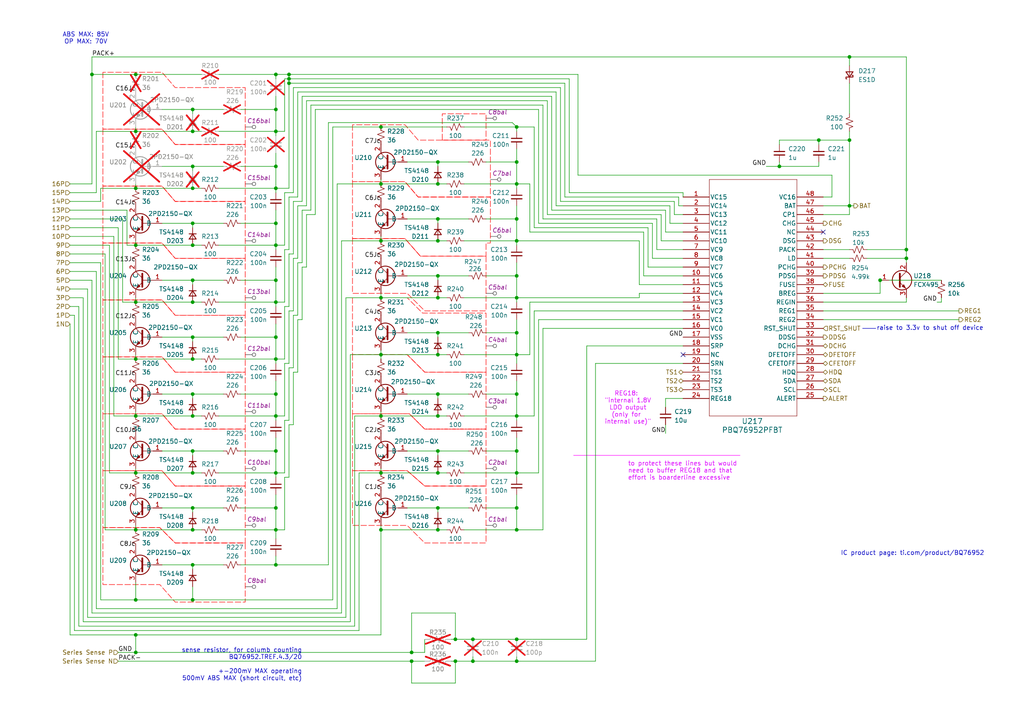
<source format=kicad_sch>
(kicad_sch (version 20250114) (generator "eeschema") (generator_version "9.0")
  (paper "A4")
  (text "sense resistor, for columb counting\nBQ76952.TREF.4.3/20\n\n+-200mV MAX operating\n500mV ABS MAX (short circuit, etc)" (at 87.63 187.96 0) (effects (font (size 1.27 1.27)) (justify right top)))
  (text "IC product page: ti.com/product/BQ76952" (at 264.668 160.528 0) (effects (font (size 1.27 1.27))))
  (text "to protect these lines but would \nneed to buffer REG18 and that \neffort is boarderline excessive" (at 182.118 133.858 0) (effects (font (size 1.27 1.27)) (justify left top)))
  (text "REG18: \n\"internal 1.8V\n LDO output \n(only for \ninternal use)\"" (at 182.118 118.364 0) (effects (font (size 1.27 1.27))))
  (text "raise to 3.3v to shut off device" (at 269.748 95.25 0) (effects (font (size 1.27 1.27))))
  (text "ABS MAX: 85V\nOP MAX: 70V" (at 24.892 11.176 0) (effects (font (size 1.27 1.27))))
  (junction (at 80.01 153.67))
  (junction (at 55.88 71.12))
  (junction (at 39.37 38.1))
  (junction (at 55.88 153.67))
  (junction (at 26.67 21.59))
  (junction (at 80.01 130.81))
  (junction (at 149.86 86.36))
  (junction (at 110.49 36.83))
  (junction (at 149.86 102.87))
  (junction (at 110.49 86.36))
  (junction (at 80.01 21.59))
  (junction (at 83.82 24.13))
  (junction (at 110.49 153.67))
  (junction (at 80.01 71.12))
  (junction (at 127 120.65))
  (junction (at 226.06 48.26))
  (junction (at 55.88 173.99))
  (junction (at 39.37 120.65))
  (junction (at 39.37 137.16))
  (junction (at 80.01 137.16))
  (junction (at 55.88 38.1))
  (junction (at 83.82 22.86))
  (junction (at 39.37 104.14))
  (junction (at 80.01 54.61))
  (junction (at 246.38 40.64))
  (junction (at 149.86 63.5))
  (junction (at 55.88 147.32))
  (junction (at 110.49 137.16))
  (junction (at 80.01 104.14))
  (junction (at 237.49 40.64))
  (junction (at 127 46.99))
  (junction (at 39.37 173.99))
  (junction (at 80.01 38.1))
  (junction (at 80.01 64.77))
  (junction (at 80.01 87.63))
  (junction (at 127 63.5))
  (junction (at 127 102.87))
  (junction (at 246.38 59.69))
  (junction (at 132.08 191.77))
  (junction (at 149.86 53.34))
  (junction (at 137.16 185.42))
  (junction (at 119.38 191.77))
  (junction (at 137.16 191.77))
  (junction (at 110.49 53.34))
  (junction (at 127 137.16))
  (junction (at 80.01 81.28))
  (junction (at 149.86 46.99))
  (junction (at 149.86 185.42))
  (junction (at 55.88 97.79))
  (junction (at 132.08 185.42))
  (junction (at 127 80.01))
  (junction (at 55.88 64.77))
  (junction (at 55.88 54.61))
  (junction (at 39.37 87.63))
  (junction (at 80.01 120.65))
  (junction (at 127 96.52))
  (junction (at 55.88 120.65))
  (junction (at 262.89 74.93))
  (junction (at 127 147.32))
  (junction (at 149.86 147.32))
  (junction (at 39.37 71.12))
  (junction (at 246.38 16.51))
  (junction (at 127 114.3))
  (junction (at 80.01 97.79))
  (junction (at 39.37 189.23))
  (junction (at 149.86 114.3))
  (junction (at 80.01 147.32))
  (junction (at 127 53.34))
  (junction (at 127 153.67))
  (junction (at 39.37 21.59))
  (junction (at 149.86 153.67))
  (junction (at 55.88 31.75))
  (junction (at 55.88 87.63))
  (junction (at 55.88 130.81))
  (junction (at 83.82 21.59))
  (junction (at 110.49 69.85))
  (junction (at 55.88 104.14))
  (junction (at 80.01 163.83))
  (junction (at 110.49 120.65))
  (junction (at 110.49 102.87))
  (junction (at 149.86 130.81))
  (junction (at 149.86 36.83))
  (junction (at 39.37 54.61))
  (junction (at 127 86.36))
  (junction (at 149.86 120.65))
  (junction (at 149.86 137.16))
  (junction (at 149.86 80.01))
  (junction (at 39.37 184.15))
  (junction (at 119.38 189.23))
  (junction (at 255.27 81.28))
  (junction (at 80.01 114.3))
  (junction (at 127 69.85))
  (junction (at 149.86 191.77))
  (junction (at 149.86 96.52))
  (junction (at 149.86 69.85))
  (junction (at 80.01 48.26))
  (junction (at 55.88 137.16))
  (junction (at 55.88 48.26))
  (junction (at 127 130.81))
  (junction (at 55.88 81.28))
  (junction (at 80.01 31.75))
  (junction (at 55.88 163.83))
  (junction (at 262.89 72.39))
  (junction (at 39.37 153.67))
  (junction (at 55.88 114.3))
  (no_connect (at 198.12 102.87))
  (no_connect (at 238.76 67.31))
  (wire (pts (xy 29.21 58.42) (xy 20.32 58.42)))
  (wire (pts (xy 110.49 120.65) (xy 127 120.65)))
  (wire (pts (xy 82.55 121.92) (xy 83.82 121.92)))
  (wire (pts (xy 85.09 25.4) (xy 162.56 25.4)))
  (wire (pts (xy 82.55 153.67) (xy 82.55 138.43)))
  (wire (pts (xy 198.12 55.88) (xy 198.12 57.15)))
  (wire (pts (xy 100.33 179.07) (xy 25.4 179.07)))
  (wire (pts (xy 87.63 92.71) (xy 87.63 77.47)))
  (wire (pts (xy 187.96 77.47) (xy 198.12 77.47)))
  (wire (pts (xy 127 53.34) (xy 129.54 53.34)))
  (wire (pts (xy 30.48 73.66) (xy 30.48 153.67)))
  (wire (pts (xy 149.86 153.67) (xy 149.86 147.32)))
  (wire (pts (xy 158.75 29.21) (xy 158.75 62.23)))
  (wire (pts (xy 153.67 67.31) (xy 153.67 53.34)))
  (wire (pts (xy 110.49 119.38) (xy 110.49 120.65)))
  (wire (pts (xy 80.01 114.3) (xy 80.01 110.49)))
  (wire (pts (xy 85.09 107.95) (xy 86.36 107.95)))
  (wire (pts (xy 55.88 153.67) (xy 58.42 153.67)))
  (wire (pts (xy 140.97 46.99) (xy 149.86 46.99)))
  (wire (pts (xy 83.82 105.41) (xy 83.82 90.17)))
  (wire (pts (xy 82.55 105.41) (xy 83.82 105.41)))
  (wire (pts (xy 247.65 59.69) (xy 246.38 59.69)))
  (wire (pts (xy 262.89 74.93) (xy 262.89 72.39)))
  (wire (pts (xy 189.23 74.93) (xy 198.12 74.93)))
  (wire (pts (xy 80.01 137.16) (xy 80.01 138.43)))
  (wire (pts (xy 190.5 63.5) (xy 190.5 72.39)))
  (wire (pts (xy 185.42 82.55) (xy 198.12 82.55)))
  (wire (pts (xy 20.32 60.96) (xy 36.83 60.96)))
  (wire (pts (xy 80.01 48.26) (xy 80.01 44.45)))
  (wire (pts (xy 149.86 137.16) (xy 156.21 137.16)))
  (wire (pts (xy 127 69.85) (xy 129.54 69.85)))
  (wire (pts (xy 149.86 53.34) (xy 149.86 54.61)))
  (wire (pts (xy 110.49 153.67) (xy 127 153.67)))
  (wire (pts (xy 140.97 147.32) (xy 149.86 147.32)))
  (wire (pts (xy 82.55 72.39) (xy 83.82 72.39)))
  (wire (pts (xy 86.36 74.93) (xy 86.36 59.69)))
  (wire (pts (xy 97.79 53.34) (xy 97.79 176.53)))
  (wire (pts (xy 161.29 26.67) (xy 161.29 59.69)))
  (wire (pts (xy 278.13 90.17) (xy 238.76 90.17)))
  (wire (pts (xy 134.62 53.34) (xy 149.86 53.34)))
  (wire (pts (xy 127 46.99) (xy 127 48.26)))
  (wire (pts (xy 80.01 120.65) (xy 82.55 120.65)))
  (wire (pts (xy 87.63 76.2) (xy 87.63 60.96)))
  (wire (pts (xy 86.36 26.67) (xy 161.29 26.67)))
  (wire (pts (xy 196.85 57.15) (xy 196.85 59.69)))
  (wire (pts (xy 55.88 48.26) (xy 64.77 48.26)))
  (wire (pts (xy 140.97 114.3) (xy 149.86 114.3)))
  (wire (pts (xy 149.86 185.42) (xy 170.18 185.42)))
  (wire (pts (xy 26.67 16.51) (xy 26.67 21.59)))
  (wire (pts (xy 149.86 102.87) (xy 149.86 105.41)))
  (wire (pts (xy 39.37 173.99) (xy 55.88 173.99)))
  (wire (pts (xy 36.83 60.96) (xy 36.83 71.12)))
  (wire (pts (xy 80.01 153.67) (xy 82.55 153.67)))
  (wire (pts (xy 163.83 24.13) (xy 163.83 57.15)))
  (wire (pts (xy 87.63 27.94) (xy 160.02 27.94)))
  (wire (pts (xy 149.86 120.65) (xy 149.86 121.92)))
  (wire (pts (xy 119.38 189.23) (xy 119.38 177.8)))
  (wire (pts (xy 22.86 88.9) (xy 22.86 181.61)))
  (wire (pts (xy 26.67 21.59) (xy 39.37 21.59)))
  (wire (pts (xy 55.88 120.65) (xy 58.42 120.65)))
  (wire (pts (xy 39.37 71.12) (xy 55.88 71.12)))
  (wire (pts (xy 87.63 58.42) (xy 87.63 27.94)))
  (wire (pts (xy 20.32 78.74) (xy 27.94 78.74)))
  (wire (pts (xy 246.38 59.69) (xy 246.38 62.23)))
  (wire (pts (xy 83.82 138.43) (xy 83.82 123.19)))
  (wire (pts (xy 149.86 102.87) (xy 153.67 102.87)))
  (wire (pts (xy 33.02 68.58) (xy 20.32 68.58)))
  (wire (pts (xy 24.13 86.36) (xy 24.13 180.34)))
  (wire (pts (xy 80.01 54.61) (xy 80.01 55.88)))
  (wire (pts (xy 80.01 153.67) (xy 80.01 156.21)))
  (wire (pts (xy 104.14 137.16) (xy 110.49 137.16)))
  (wire (pts (xy 88.9 77.47) (xy 88.9 62.23)))
  (wire (pts (xy 39.37 87.63) (xy 35.56 87.63)))
  (wire (pts (xy 137.16 191.77) (xy 149.86 191.77)))
  (wire (pts (xy 149.86 120.65) (xy 154.94 120.65)))
  (wire (pts (xy 161.29 59.69) (xy 194.31 59.69)))
  (wire (pts (xy 80.01 163.83) (xy 95.25 163.83)))
  (wire (pts (xy 110.49 102.87) (xy 101.6 102.87)))
  (wire (pts (xy 127 63.5) (xy 127 64.77)))
  (wire (pts (xy 172.72 105.41) (xy 198.12 105.41)))
  (wire (pts (xy 170.18 100.33) (xy 170.18 185.42)))
  (wire (pts (xy 118.11 63.5) (xy 127 63.5)))
  (wire (pts (xy 69.85 64.77) (xy 80.01 64.77)))
  (wire (pts (xy 149.86 86.36) (xy 185.42 86.36)))
  (wire (pts (xy 262.89 74.93) (xy 262.89 76.2)))
  (wire (pts (xy 80.01 54.61) (xy 80.01 48.26)))
  (wire (pts (xy 82.55 105.41) (xy 82.55 120.65)))
  (wire (pts (xy 35.56 87.63) (xy 35.56 63.5)))
  (wire (pts (xy 193.04 67.31) (xy 198.12 67.31)))
  (wire (pts (xy 185.42 86.36) (xy 185.42 85.09)))
  (wire (pts (xy 55.88 173.99) (xy 55.88 170.18)))
  (wire (pts (xy 101.6 180.34) (xy 24.13 180.34)))
  (wire (pts (xy 149.86 86.36) (xy 149.86 87.63)))
  (wire (pts (xy 134.62 86.36) (xy 149.86 86.36)))
  (wire (pts (xy 194.31 64.77) (xy 198.12 64.77)))
  (wire (pts (xy 46.99 81.28) (xy 55.88 81.28)))
  (wire (pts (xy 186.69 80.01) (xy 186.69 67.31)))
  (wire (pts (xy 134.62 36.83) (xy 149.86 36.83)))
  (wire (pts (xy 26.67 81.28) (xy 26.67 177.8)))
  (wire (pts (xy 132.08 191.77) (xy 132.08 198.12)))
  (wire (pts (xy 31.75 71.12) (xy 31.75 137.16)))
  (wire (pts (xy 63.5 71.12) (xy 80.01 71.12)))
  (wire (pts (xy 29.21 54.61) (xy 29.21 58.42)))
  (wire (pts (xy 191.77 62.23) (xy 191.77 69.85)))
  (wire (pts (xy 118.11 147.32) (xy 127 147.32)))
  (wire (pts (xy 46.99 163.83) (xy 55.88 163.83)))
  (wire (pts (xy 134.62 69.85) (xy 149.86 69.85)))
  (wire (pts (xy 86.36 57.15) (xy 86.36 26.67)))
  (wire (pts (xy 157.48 95.25) (xy 198.12 95.25)))
  (wire (pts (xy 185.42 85.09) (xy 198.12 85.09)))
  (wire (pts (xy 39.37 184.15) (xy 110.49 184.15)))
  (wire (pts (xy 222.25 48.26) (xy 226.06 48.26)))
  (wire (pts (xy 149.86 53.34) (xy 149.86 46.99)))
  (wire (pts (xy 246.38 40.64) (xy 246.38 59.69)))
  (wire (pts (xy 88.9 62.23) (xy 91.44 62.23)))
  (wire (pts (xy 189.23 64.77) (xy 189.23 74.93)))
  (wire (pts (xy 226.06 40.64) (xy 226.06 41.91)))
  (wire (pts (xy 262.89 16.51) (xy 262.89 72.39)))
  (wire (pts (xy 148.59 35.56) (xy 149.86 36.83)))
  (wire (pts (xy 69.85 130.81) (xy 80.01 130.81)))
  (wire (pts (xy 241.3 57.15) (xy 238.76 57.15)))
  (wire (pts (xy 86.36 92.71) (xy 87.63 92.71)))
  (wire (pts (xy 80.01 120.65) (xy 80.01 114.3)))
  (wire (pts (xy 85.09 123.19) (xy 85.09 107.95)))
  (wire (pts (xy 238.76 72.39) (xy 246.38 72.39)))
  (wire (pts (xy 110.49 101.6) (xy 110.49 102.87)))
  (wire (pts (xy 110.49 68.58) (xy 110.49 69.85)))
  (wire (pts (xy 140.97 130.81) (xy 149.86 130.81)))
  (wire (pts (xy 127 137.16) (xy 129.54 137.16)))
  (wire (pts (xy 39.37 137.16) (xy 31.75 137.16)))
  (wire (pts (xy 55.88 147.32) (xy 46.99 147.32)))
  (wire (pts (xy 39.37 168.91) (xy 39.37 173.99)))
  (wire (pts (xy 90.17 30.48) (xy 157.48 30.48)))
  (wire (pts (xy 46.99 97.79) (xy 55.88 97.79)))
  (wire (pts (xy 149.86 43.18) (xy 149.86 46.99)))
  (wire (pts (xy 55.88 173.99) (xy 96.52 173.99)))
  (wire (pts (xy 63.5 38.1) (xy 80.01 38.1)))
  (wire (pts (xy 80.01 147.32) (xy 80.01 143.51)))
  (wire (pts (xy 110.49 120.65) (xy 102.87 120.65)))
  (wire (pts (xy 127 120.65) (xy 129.54 120.65)))
  (wire (pts (xy 185.42 69.85) (xy 185.42 82.55)))
  (wire (pts (xy 69.85 81.28) (xy 80.01 81.28)))
  (wire (pts (xy 140.97 63.5) (xy 149.86 63.5)))
  (wire (pts (xy 55.88 48.26) (xy 55.88 49.53)))
  (wire (pts (xy 104.14 137.16) (xy 104.14 182.88)))
  (wire (pts (xy 46.99 130.81) (xy 55.88 130.81)))
  (wire (pts (xy 39.37 153.67) (xy 30.48 153.67)))
  (wire (pts (xy 156.21 64.77) (xy 189.23 64.77)))
  (wire (pts (xy 20.32 93.98) (xy 20.32 184.15)))
  (wire (pts (xy 194.31 59.69) (xy 194.31 64.77)))
  (wire (pts (xy 156.21 137.16) (xy 156.21 92.71)))
  (wire (pts (xy 39.37 104.14) (xy 55.88 104.14)))
  (wire (pts (xy 82.55 104.14) (xy 82.55 88.9)))
  (wire (pts (xy 83.82 72.39) (xy 83.82 57.15)))
  (wire (pts (xy 55.88 81.28) (xy 64.77 81.28)))
  (wire (pts (xy 63.5 137.16) (xy 80.01 137.16)))
  (wire (pts (xy 69.85 163.83) (xy 80.01 163.83)))
  (wire (pts (xy 157.48 30.48) (xy 157.48 63.5)))
  (wire (pts (xy 154.94 36.83) (xy 154.94 66.04)))
  (wire (pts (xy 198.12 80.01) (xy 186.69 80.01)))
  (wire (pts (xy 149.86 120.65) (xy 149.86 114.3)))
  (wire (pts (xy 127 46.99) (xy 135.89 46.99)))
  (wire (pts (xy 110.49 152.4) (xy 110.49 153.67)))
  (wire (pts (xy 63.5 104.14) (xy 80.01 104.14)))
  (wire (pts (xy 110.49 153.67) (xy 110.49 184.15)))
  (wire (pts (xy 195.58 58.42) (xy 195.58 62.23)))
  (wire (pts (xy 149.86 69.85) (xy 185.42 69.85)))
  (wire (pts (xy 196.85 59.69) (xy 198.12 59.69)))
  (wire (pts (xy 39.37 87.63) (xy 55.88 87.63)))
  (wire (pts (xy 134.62 102.87) (xy 149.86 102.87)))
  (wire (pts (xy 55.88 163.83) (xy 55.88 165.1)))
  (wire (pts (xy 80.01 87.63) (xy 80.01 81.28)))
  (wire (pts (xy 27.94 38.1) (xy 39.37 38.1)))
  (wire (pts (xy 63.5 21.59) (xy 80.01 21.59)))
  (wire (pts (xy 83.82 123.19) (xy 85.09 123.19)))
  (wire (pts (xy 55.88 64.77) (xy 64.77 64.77)))
  (wire (pts (xy 80.01 71.12) (xy 80.01 72.39)))
  (wire (pts (xy 118.11 46.99) (xy 127 46.99)))
  (wire (pts (xy 193.04 115.57) (xy 198.12 115.57)))
  (wire (pts (xy 153.67 53.34) (xy 149.86 53.34)))
  (wire (pts (xy 158.75 62.23) (xy 191.77 62.23)))
  (wire (pts (xy 39.37 173.99) (xy 29.21 173.99)))
  (wire (pts (xy 149.86 63.5) (xy 149.86 69.85)))
  (wire (pts (xy 132.08 177.8) (xy 132.08 185.42)))
  (wire (pts (xy 127 63.5) (xy 135.89 63.5)))
  (wire (pts (xy 80.01 81.28) (xy 80.01 77.47)))
  (wire (pts (xy 153.67 102.87) (xy 153.67 87.63)))
  (wire (pts (xy 95.25 35.56) (xy 148.59 35.56)))
  (wire (pts (xy 39.37 36.83) (xy 39.37 38.1)))
  (wire (pts (xy 140.97 96.52) (xy 149.86 96.52)))
  (wire (pts (xy 83.82 88.9) (xy 83.82 73.66)))
  (wire (pts (xy 46.99 48.26) (xy 55.88 48.26)))
  (wire (pts (xy 187.96 66.04) (xy 187.96 77.47)))
  (wire (pts (xy 127 147.32) (xy 135.89 147.32)))
  (wire (pts (xy 246.38 38.1) (xy 246.38 40.64)))
  (wire (pts (xy 246.38 16.51) (xy 262.89 16.51)))
  (wire (pts (xy 55.88 31.75) (xy 64.77 31.75)))
  (wire (pts (xy 27.94 78.74) (xy 27.94 176.53)))
  (wire (pts (xy 82.55 71.12) (xy 82.55 55.88)))
  (wire (pts (xy 86.36 59.69) (xy 88.9 59.69)))
  (wire (pts (xy 83.82 21.59) (xy 167.64 21.59)))
  (wire (pts (xy 149.86 76.2) (xy 149.86 80.01)))
  (wire (pts (xy 80.01 88.9) (xy 80.01 87.63)))
  (wire (pts (xy 85.09 91.44) (xy 86.36 91.44)))
  (wire (pts (xy 110.49 86.36) (xy 100.33 86.36)))
  (wire (pts (xy 238.76 62.23) (xy 246.38 62.23)))
  (wire (pts (xy 55.88 114.3) (xy 64.77 114.3)))
  (wire (pts (xy 127 80.01) (xy 135.89 80.01)))
  (wire (pts (xy 190.5 72.39) (xy 198.12 72.39)))
  (wire (pts (xy 20.32 55.88) (xy 27.94 55.88)))
  (wire (pts (xy 86.36 107.95) (xy 86.36 92.71)))
  (wire (pts (xy 149.86 190.5) (xy 149.86 191.77)))
  (wire (pts (xy 80.01 97.79) (xy 80.01 93.98)))
  (wire (pts (xy 80.01 31.75) (xy 80.01 38.1)))
  (wire (pts (xy 127 102.87) (xy 129.54 102.87)))
  (wire (pts (xy 149.86 153.67) (xy 157.48 153.67)))
  (wire (pts (xy 85.09 74.93) (xy 86.36 74.93)))
  (wire (pts (xy 39.37 153.67) (xy 55.88 153.67)))
  (wire (pts (xy 149.86 92.71) (xy 149.86 96.52)))
  (wire (pts (xy 55.88 147.32) (xy 64.77 147.32)))
  (wire (pts (xy 63.5 153.67) (xy 80.01 153.67)))
  (wire (pts (xy 226.06 46.99) (xy 226.06 48.26)))
  (wire (pts (xy 55.88 87.63) (xy 58.42 87.63)))
  (wire (pts (xy 86.36 76.2) (xy 87.63 76.2)))
  (wire (pts (xy 39.37 54.61) (xy 29.21 54.61)))
  (wire (pts (xy 101.6 102.87) (xy 101.6 180.34)))
  (wire (pts (xy 80.01 87.63) (xy 82.55 87.63)))
  (wire (pts (xy 132.08 185.42) (xy 137.16 185.42)))
  (wire (pts (xy 149.86 130.81) (xy 149.86 127)))
  (wire (pts (xy 127 114.3) (xy 135.89 114.3)))
  (wire (pts (xy 55.88 97.79) (xy 64.77 97.79)))
  (wire (pts (xy 35.56 63.5) (xy 20.32 63.5)))
  (wire (pts (xy 127 153.67) (xy 129.54 153.67)))
  (wire (pts (xy 127 80.01) (xy 127 81.28)))
  (wire (pts (xy 80.01 64.77) (xy 80.01 60.96)))
  (wire (pts (xy 83.82 57.15) (xy 86.36 57.15)))
  (wire (pts (xy 39.37 137.16) (xy 55.88 137.16)))
  (wire (pts (xy 167.64 50.8) (xy 241.3 50.8)))
  (wire (pts (xy 110.49 53.34) (xy 127 53.34)))
  (wire (pts (xy 91.44 62.23) (xy 91.44 31.75)))
  (wire (pts (xy 55.88 148.59) (xy 55.88 147.32)))
  (polyline (pts (xy 166.37 132.08) (xy 214.63 132.08)) (stroke (width 0) (color 255 0 255 1)))
  (wire (pts (xy 262.89 86.36) (xy 262.89 87.63)))
  (wire (pts (xy 83.82 22.86) (xy 165.1 22.86)))
  (wire (pts (xy 21.59 91.44) (xy 21.59 182.88)))
  (wire (pts (xy 46.99 64.77) (xy 55.88 64.77)))
  (wire (pts (xy 82.55 88.9) (xy 83.82 88.9)))
  (wire (pts (xy 80.01 153.67) (xy 80.01 147.32)))
  (wire (pts (xy 39.37 120.65) (xy 33.02 120.65)))
  (wire (pts (xy 278.13 92.71) (xy 238.76 92.71)))
  (wire (pts (xy 20.32 53.34) (xy 26.67 53.34)))
  (wire (pts (xy 165.1 22.86) (xy 165.1 55.88)))
  (wire (pts (xy 80.01 38.1) (xy 82.55 38.1)))
  (wire (pts (xy 55.88 81.28) (xy 55.88 82.55)))
  (wire (pts (xy 157.48 63.5) (xy 190.5 63.5)))
  (wire (pts (xy 20.32 83.82) (xy 25.4 83.82)))
  (wire (pts (xy 127 114.3) (xy 127 115.57)))
  (wire (pts (xy 33.02 68.58) (xy 33.02 120.65)))
  (polyline (pts (xy 250.19 95.25) (xy 254 95.25)))
  (wire (pts (xy 20.32 81.28) (xy 26.67 81.28)))
  (wire (pts (xy 134.62 153.67) (xy 149.86 153.67)))
  (wire (pts (xy 149.86 36.83) (xy 154.94 36.83)))
  (wire (pts (xy 160.02 27.94) (xy 160.02 60.96)))
  (wire (pts (xy 127 130.81) (xy 135.89 130.81)))
  (wire (pts (xy 110.49 69.85) (xy 127 69.85)))
  (wire (pts (xy 83.82 90.17) (xy 85.09 90.17)))
  (wire (pts (xy 69.85 147.32) (xy 80.01 147.32)))
  (wire (pts (xy 134.62 120.65) (xy 149.86 120.65)))
  (wire (pts (xy 110.49 53.34) (xy 97.79 53.34)))
  (wire (pts (xy 149.86 59.69) (xy 149.86 63.5)))
  (wire (pts (xy 80.01 104.14) (xy 82.55 104.14)))
  (wire (pts (xy 55.88 71.12) (xy 58.42 71.12)))
  (wire (pts (xy 39.37 119.38) (xy 39.37 120.65)))
  (wire (pts (xy 162.56 58.42) (xy 195.58 58.42)))
  (wire (pts (xy 63.5 54.61) (xy 80.01 54.61)))
  (wire (pts (xy 80.01 120.65) (xy 80.01 121.92)))
  (wire (pts (xy 86.36 91.44) (xy 86.36 76.2)))
  (wire (pts (xy 90.17 60.96) (xy 90.17 30.48)))
  (wire (pts (xy 149.86 96.52) (xy 149.86 102.87)))
  (wire (pts (xy 149.86 86.36) (xy 149.86 80.01)))
  (wire (pts (xy 110.49 86.36) (xy 127 86.36)))
  (wire (pts (xy 80.01 27.94) (xy 80.01 31.75)))
  (wire (pts (xy 127 96.52) (xy 127 97.79)))
  (wire (pts (xy 118.11 130.81) (xy 127 130.81)))
  (wire (pts (xy 85.09 55.88) (xy 85.09 25.4)))
  (wire (pts (xy 80.01 130.81) (xy 80.01 127)))
  (wire (pts (xy 170.18 100.33) (xy 198.12 100.33)))
  (wire (pts (xy 110.49 137.16) (xy 127 137.16)))
  (wire (pts (xy 69.85 114.3) (xy 80.01 114.3)))
  (wire (pts (xy 149.86 191.77) (xy 172.72 191.77)))
  (wire (pts (xy 39.37 54.61) (xy 55.88 54.61)))
  (wire (pts (xy 195.58 62.23) (xy 198.12 62.23)))
  (wire (pts (xy 119.38 189.23) (xy 123.19 189.23)))
  (wire (pts (xy 186.69 67.31) (xy 153.67 67.31)))
  (wire (pts (xy 160.02 60.96) (xy 193.04 60.96)))
  (wire (pts (xy 80.01 130.81) (xy 80.01 137.16)))
  (wire (pts (xy 55.88 31.75) (xy 55.88 33.02)))
  (wire (pts (xy 55.88 38.1) (xy 58.42 38.1)))
  (wire (pts (xy 80.01 64.77) (xy 80.01 71.12)))
  (wire (pts (xy 83.82 22.86) (xy 83.82 24.13)))
  (wire (pts (xy 156.21 31.75) (xy 156.21 64.77)))
  (wire (pts (xy 83.82 73.66) (xy 85.09 73.66)))
  (wire (pts (xy 149.86 69.85) (xy 149.86 71.12)))
  (wire (pts (xy 83.82 106.68) (xy 85.09 106.68)))
  (wire (pts (xy 119.38 177.8) (xy 132.08 177.8)))
  (wire (pts (xy 251.46 74.93) (xy 262.89 74.93)))
  (wire (pts (xy 39.37 184.15) (xy 39.37 189.23)))
  (wire (pts (xy 110.49 52.07) (xy 110.49 53.34)))
  (wire (pts (xy 132.08 191.77) (xy 137.16 191.77)))
  (wire (pts (xy 149.86 114.3) (xy 149.86 110.49)))
  (wire (pts (xy 55.88 163.83) (xy 64.77 163.83)))
  (wire (pts (xy 154.94 120.65) (xy 154.94 90.17)))
  (wire (pts (xy 55.88 137.16) (xy 58.42 137.16)))
  (wire (pts (xy 99.06 177.8) (xy 26.67 177.8)))
  (wire (pts (xy 149.86 36.83) (xy 149.86 38.1)))
  (wire (pts (xy 80.01 22.86) (xy 80.01 21.59)))
  (wire (pts (xy 39.37 189.23) (xy 119.38 189.23)))
  (wire (pts (xy 39.37 38.1) (xy 55.88 38.1)))
  (wire (pts (xy 193.04 60.96) (xy 193.04 67.31)))
  (wire (pts (xy 162.56 25.4) (xy 162.56 58.42)))
  (wire (pts (xy 55.88 54.61) (xy 58.42 54.61)))
  (wire (pts (xy 69.85 31.75) (xy 80.01 31.75)))
  (wire (pts (xy 149.86 147.32) (xy 149.86 143.51)))
  (wire (pts (xy 20.32 184.15) (xy 39.37 184.15)))
  (wire (pts (xy 87.63 60.96) (xy 90.17 60.96)))
  (wire (pts (xy 39.37 86.36) (xy 39.37 87.63)))
  (wire (pts (xy 88.9 59.69) (xy 88.9 29.21)))
  (wire (pts (xy 39.37 69.85) (xy 39.37 71.12)))
  (wire (pts (xy 39.37 135.89) (xy 39.37 137.16)))
  (wire (pts (xy 167.64 21.59) (xy 167.64 50.8)))
  (wire (pts (xy 55.88 130.81) (xy 64.77 130.81)))
  (wire (pts (xy 39.37 104.14) (xy 34.29 104.14)))
  (wire (pts (xy 156.21 92.71) (xy 198.12 92.71)))
  (wire (pts (xy 26.67 16.51) (xy 246.38 16.51)))
  (wire (pts (xy 237.49 40.64) (xy 246.38 40.64)))
  (wire (pts (xy 80.01 137.16) (xy 82.55 137.16)))
  (wire (pts (xy 191.77 69.85) (xy 198.12 69.85)))
  (wire (pts (xy 87.63 77.47) (xy 88.9 77.47)))
  (wire (pts (xy 118.11 80.01) (xy 127 80.01)))
  (wire (pts (xy 39.37 152.4) (xy 39.37 153.67)))
  (wire (pts (xy 273.05 87.63) (xy 273.05 86.36)))
  (wire (pts (xy 127 147.32) (xy 127 148.59)))
  (wire (pts (xy 154.94 90.17) (xy 198.12 90.17)))
  (wire (pts (xy 34.29 191.77) (xy 119.38 191.77)))
  (wire (pts (xy 21.59 182.88) (xy 104.14 182.88)))
  (wire (pts (xy 20.32 86.36) (xy 24.13 86.36)))
  (wire (pts (xy 29.21 76.2) (xy 20.32 76.2)))
  (wire (pts (xy 193.04 118.11) (xy 193.04 115.57)))
  (wire (pts (xy 83.82 54.61) (xy 83.82 24.13)))
  (wire (pts (xy 80.01 104.14) (xy 80.01 97.79)))
  (wire (pts (xy 137.16 190.5) (xy 137.16 191.77)))
  (wire (pts (xy 55.88 64.77) (xy 55.88 66.04)))
  (wire (pts (xy 193.04 125.73) (xy 193.04 123.19)))
  (wire (pts (xy 85.09 58.42) (xy 87.63 58.42)))
  (wire (pts (xy 83.82 21.59) (xy 83.82 22.86)))
  (wire (pts (xy 82.55 55.88) (xy 85.09 55.88)))
  (wire (pts (xy 55.88 114.3) (xy 55.88 115.57)))
  (wire (pts (xy 127 86.36) (xy 129.54 86.36)))
  (wire (pts (xy 119.38 191.77) (xy 123.19 191.77)))
  (wire (pts (xy 39.37 21.59) (xy 58.42 21.59)))
  (wire (pts (xy 172.72 105.41) (xy 172.72 191.77)))
  (wire (pts (xy 153.67 87.63) (xy 198.12 87.63)))
  (wire (pts (xy 246.38 16.51) (xy 246.38 19.05)))
  (wire (pts (xy 110.49 102.87) (xy 110.49 104.14)))
  (wire (pts (xy 26.67 53.34) (xy 26.67 21.59)))
  (wire (pts (xy 165.1 55.88) (xy 198.12 55.88)))
  (wire (pts (xy 31.75 71.12) (xy 20.32 71.12)))
  (wire (pts (xy 110.49 69.85) (xy 99.06 69.85)))
  (wire (pts (xy 95.25 35.56) (xy 95.25 163.83)))
  (wire (pts (xy 55.88 97.79) (xy 55.88 99.06)))
  (wire (pts (xy 63.5 87.63) (xy 80.01 87.63)))
  (wire (pts (xy 154.94 66.04) (xy 187.96 66.04)))
  (wire (pts (xy 96.52 173.99) (xy 96.52 36.83)))
  (wire (pts (xy 39.37 120.65) (xy 55.88 120.65)))
  (wire (pts (xy 39.37 53.34) (xy 39.37 54.61)))
  (wire (pts (xy 271.78 87.63) (xy 273.05 87.63)))
  (wire (pts (xy 130.81 191.77) (xy 132.08 191.77)))
  (wire (pts (xy 20.32 88.9) (xy 22.86 88.9)))
  (wire (pts (xy 29.21 76.2) (xy 29.21 173.99)))
  (wire (pts (xy 91.44 31.75) (xy 156.21 31.75)))
  (wire (pts (xy 25.4 83.82) (xy 25.4 179.07)))
  (wire (pts (xy 85.09 106.68) (xy 85.09 91.44)))
  (wire (pts (xy 163.83 57.15) (xy 196.85 57.15)))
  (wire (pts (xy 119.38 191.77) (xy 119.38 198.12)))
  (wire (pts (xy 226.06 40.64) (xy 237.49 40.64)))
  (wire (pts (xy 127 96.52) (xy 135.89 96.52)))
  (wire (pts (xy 97.79 176.53) (xy 27.94 176.53)))
  (wire (pts (xy 83.82 121.92) (xy 83.82 106.68)))
  (wire (pts (xy 69.85 97.79) (xy 80.01 97.79)))
  (wire (pts (xy 118.11 114.3) (xy 127 114.3)))
  (wire (pts (xy 55.88 104.14) (xy 58.42 104.14)))
  (wire (pts (xy 241.3 50.8) (xy 241.3 57.15)))
  (wire (pts (xy 80.01 21.59) (xy 83.82 21.59)))
  (wire (pts (xy 123.19 189.23) (xy 123.19 185.42)))
  (wire (pts (xy 82.55 87.63) (xy 82.55 72.39)))
  (wire (pts (xy 110.49 135.89) (xy 110.49 137.16)))
  (wire (pts (xy 99.06 69.85) (xy 99.06 177.8)))
  (wire (pts (xy 110.49 102.87) (xy 127 102.87)))
  (wire (pts (xy 119.38 198.12) (xy 132.08 198.12)))
  (wire (pts (xy 69.85 48.26) (xy 80.01 48.26)))
  (wire (pts (xy 255.27 85.09) (xy 238.76 85.09)))
  (wire (pts (xy 102.87 120.65) (xy 102.87 181.61)))
  (wire (pts (xy 134.62 137.16) (xy 149.86 137.16)))
  (wire (pts (xy 82.55 137.16) (xy 82.55 121.92)))
  (wire (pts (xy 34.29 189.23) (xy 39.37 189.23)))
  (wire (pts (xy 118.11 96.52) (xy 127 96.52)))
  (wire (pts (xy 255.27 81.28) (xy 273.05 81.28)))
  (wire (pts (xy 255.27 81.28) (xy 255.27 85.09)))
  (wire (pts (xy 100.33 86.36) (xy 100.33 179.07)))
  (wire (pts (xy 46.99 31.75) (xy 55.88 31.75)))
  (wire (pts (xy 82.55 38.1) (xy 82.55 22.86)))
  (wire (pts (xy 55.88 130.81) (xy 55.88 132.08)))
  (wire (pts (xy 237.49 48.26) (xy 237.49 46.99)))
  (wire (pts (xy 80.01 104.14) (xy 80.01 105.41)))
  (wire (pts (xy 80.01 71.12) (xy 82.55 71.12)))
  (wire (pts (xy 82.55 138.43) (xy 83.82 138.43)))
  (wire (pts (xy 39.37 102.87) (xy 39.37 104.14)))
  (wire (pts (xy 85.09 73.66) (xy 85.09 58.42)))
  (wire (pts (xy 149.86 137.16) (xy 149.86 138.43)))
  (wire (pts (xy 237.49 40.64) (xy 237.49 41.91)))
  (wire (pts (xy 251.46 72.39) (xy 262.89 72.39)))
  (wire (pts (xy 88.9 29.21) (xy 158.75 29.21)))
  (wire (pts (xy 34.29 66.04) (xy 20.32 66.04)))
  (wire (pts (xy 30.48 73.66) (xy 20.32 73.66)))
  (wire (pts (xy 137.16 185.42) (xy 149.86 185.42)))
  (wire (pts (xy 127 130.81) (xy 127 132.08)))
  (wire (pts (xy 83.82 24.13) (xy 163.83 24.13)))
  (wire (pts (xy 246.38 59.69) (xy 238.76 59.69)))
  (wire (pts (xy 85.09 90.17) (xy 85.09 74.93)))
  (wire (pts (xy 226.06 48.26) (xy 237.49 48.26)))
  (wire (pts (xy 46.99 114.3) (xy 55.88 114.3)))
  (wire (pts (xy 36.83 71.12) (xy 39.37 71.12)))
  (wire (pts (xy 110.49 85.09) (xy 110.49 86.36)))
  (wire (pts (xy 238.76 74.93) (xy 246.38 74.93)))
  (wire (pts (xy 27.94 55.88) (xy 27.94 38.1)))
  (wire (pts (xy 96.52 36.83) (xy 110.49 36.83)))
  (wire (pts (xy 246.38 24.13) (xy 246.38 33.02)))
  (wire (pts (xy 63.5 120.65) (xy 80.01 120.65)))
  (wire (pts (xy 110.49 36.83) (xy 129.54 36.83)))
  (wire (pts (xy 80.01 38.1) (xy 80.01 39.37)))
  (wire (pts (xy 34.29 66.04) (xy 34.29 104.14)))
  (wire (pts (xy 80.01 163.83) (xy 80.01 161.29)))
  (wire (pts (xy 140.97 80.01) (xy 149.86 80.01)))
  (wire (pts (xy 80.01 54.61) (xy 83.82 54.61)))
  (wire (pts (xy 157.48 153.67) (xy 157.48 95.25)))
  (wire (pts (xy 102.87 181.61) (xy 22.86 181.61)))
  (wire (pts (xy 21.59 91.44) (xy 20.32 91.44)))
  (wire (pts (xy 149.86 137.16) (xy 149.86 130.81)))
  (wire (pts (xy 130.81 185.42) (xy 132.08 185.42)))
  (wire (pts (xy 262.89 87.63) (xy 238.76 87.63)))
  (wire (pts (xy 82.55 22.86) (xy 83.82 22.86)))
  (label "C9Jc" (at 39.37 142.24 180))
  (label "C7Jc" (at 110.49 41.91 180))
  (label "PACK+" (at 26.67 16.51 0))
  (label "GND" (at 198.12 97.79 180))
  (label "GND" (at 271.78 87.63 180))
  (label "C16Jc" (at 39.37 26.67 180))
  (label "GND" (at 193.04 125.73 180))
  (label "C6Jc" (at 110.49 58.42 180))
  (label "GND" (at 222.25 48.26 180))
  (label "GND" (at 34.29 189.23 0))
  (label "C11Jc" (at 39.37 109.22 180))
  (label "C1Jc" (at 110.49 142.24 180))
  (label "C10Jc" (at 39.37 125.73 180))
  (label "C8Jc" (at 39.37 158.75 180))
  (label "C4Jc" (at 110.49 91.44 180))
  (label "C12Jc" (at 39.37 92.71 180))
  (label "C2Jc" (at 110.49 125.73 180))
  (label "C3Jc" (at 110.49 109.22 180))
  (label "C13Jc" (at 39.37 76.2 180))
  (label "C15Jc" (at 39.37 43.18 180))
  (label "C14Jc" (at 39.37 59.69 180))
  (label "C5Jc" (at 110.49 74.93 180))
  (label "PACK-" (at 34.29 191.77 0))
  (hierarchical_label "DFETOFF" (shape bidirectional) (at 238.76 102.87 0))
  (hierarchical_label "9P" (shape input) (at 20.32 71.12 180))
  (hierarchical_label "11P" (shape input) (at 20.32 66.04 180))
  (hierarchical_label "1N" (shape input) (at 20.32 93.98 180))
  (hierarchical_label "BAT" (shape output) (at 247.65 59.69 0))
  (hierarchical_label "DSG" (shape output) (at 238.76 69.85 0))
  (hierarchical_label "Series Sense P" (shape input) (at 34.29 189.23 180))
  (hierarchical_label "5P" (shape input) (at 20.32 81.28 180))
  (hierarchical_label "REG1" (shape output) (at 278.13 90.17 0))
  (hierarchical_label "1P" (shape input) (at 20.32 91.44 180))
  (hierarchical_label "ALERT" (shape output) (at 238.76 115.57 0))
  (hierarchical_label "6P" (shape input) (at 20.32 78.74 180))
  (hierarchical_label "Series Sense N" (shape input) (at 34.29 191.77 180))
  (hierarchical_label "13P" (shape input) (at 20.32 60.96 180))
  (hierarchical_label "FUSE" (shape bidirectional) (at 238.76 82.55 0))
  (hierarchical_label "PDSG" (shape output) (at 238.76 80.01 0))
  (hierarchical_label "DDSG" (shape output) (at 238.76 97.79 0))
  (hierarchical_label "15P" (shape input) (at 20.32 55.88 180))
  (hierarchical_label "REG2" (shape output) (at 278.13 92.71 0))
  (hierarchical_label "16P" (shape input) (at 20.32 53.34 180))
  (hierarchical_label "RST_SHUT" (shape input) (at 238.76 95.25 0))
  (hierarchical_label "12P" (shape input) (at 20.32 63.5 180))
  (hierarchical_label "3P" (shape input) (at 20.32 86.36 180))
  (hierarchical_label "PCHG" (shape output) (at 238.76 77.47 0))
  (hierarchical_label "7P" (shape input) (at 20.32 76.2 180))
  (hierarchical_label "8P" (shape input) (at 20.32 73.66 180))
  (hierarchical_label "2P" (shape input) (at 20.32 88.9 180))
  (hierarchical_label "HDQ" (shape bidirectional) (at 238.76 107.95 0))
  (hierarchical_label "DCHG" (shape bidirectional) (at 238.76 100.33 0))
  (hierarchical_label "TS2" (shape bidirectional) (at 198.12 110.49 180))
  (hierarchical_label "CFETOFF" (shape bidirectional) (at 238.76 105.41 0))
  (hierarchical_label "SCL" (shape bidirectional) (at 238.76 113.03 0))
  (hierarchical_label "4P" (shape input) (at 20.32 83.82 180))
  (hierarchical_label "14P" (shape input) (at 20.32 58.42 180))
  (hierarchical_label "TS3" (shape bidirectional) (at 198.12 113.03 180))
  (hierarchical_label "SDA" (shape bidirectional) (at 238.76 110.49 0))
  (hierarchical_label "TS1" (shape bidirectional) (at 198.12 107.95 180))
  (hierarchical_label "10P" (shape input) (at 20.32 68.58 180))
  (hierarchical_label "CHG" (shape output) (at 238.76 64.77 0))
  (rule_area (polyline (pts (xy 29.845 37.465) (xy 29.845 53.975) (xy 46.99 53.975) (xy 50.8 58.42) (xy 71.12 58.42) (xy 71.12 41.91) (xy 50.8 41.91) (xy 46.99 37.465)) (stroke (width 0) (type dash))))
  (rule_area (polyline (pts (xy 29.845 136.525) (xy 29.845 153.035) (xy 46.355 153.035) (xy 50.8 157.48) (xy 71.12 157.48) (xy 71.12 140.97) (xy 50.8 140.97) (xy 46.99 136.525)) (stroke (width 0) (type dash))))
  (rule_area (polyline (pts (xy 29.845 70.485) (xy 29.845 86.995) (xy 46.99 86.995) (xy 50.8 91.44) (xy 71.12 91.44) (xy 71.12 74.93) (xy 50.8 74.93) (xy 46.99 70.485)) (stroke (width 0) (type dash))))
  (rule_area (polyline (pts (xy 102.235 52.705) (xy 102.235 69.215) (xy 117.475 69.215) (xy 121.92 74.295) (xy 140.97 74.295) (xy 140.97 70.485) (xy 142.24 70.485) (xy 142.24 57.15) (xy 121.285 57.15) (xy 117.475 52.705)) (stroke (width 0) (type dash))))
  (rule_area (polyline (pts (xy 29.845 103.505) (xy 29.845 120.015) (xy 46.99 120.015) (xy 50.8 124.46) (xy 71.12 124.46) (xy 71.12 107.95) (xy 50.8 107.95) (xy 46.99 103.505)) (stroke (width 0) (type dash))))
  (rule_area (polyline (pts (xy 29.845 20.955) (xy 29.845 37.465) (xy 46.99 37.465) (xy 50.8 41.91) (xy 71.12 41.91) (xy 71.12 25.4) (xy 50.8 25.4) (xy 46.99 20.955)) (stroke (width 0) (type dash))))
  (rule_area (polyline (pts (xy 102.235 102.87) (xy 102.235 120.015) (xy 118.745 120.015) (xy 123.19 124.46) (xy 140.97 124.46) (xy 140.97 107.95) (xy 123.19 107.95) (xy 118.11 102.87)) (stroke (width 0) (type dash))))
  (rule_area (polyline (pts (xy 102.235 36.195) (xy 102.235 52.705) (xy 117.475 52.705) (xy 121.285 57.15) (xy 142.24 57.15) (xy 142.24 40.64) (xy 121.285 40.64) (xy 117.475 36.195)) (stroke (width 0) (type dash))))
  (rule_area (polyline (pts (xy 102.235 86.36) (xy 102.235 102.87) (xy 118.11 102.87) (xy 123.19 107.95) (xy 140.97 107.95) (xy 140.97 90.805) (xy 122.555 90.805) (xy 118.11 86.36)) (stroke (width 0) (type dash))))
  (rule_area (polyline (pts (xy 102.235 136.525) (xy 102.235 152.4) (xy 118.11 152.4) (xy 123.19 157.48) (xy 140.97 157.48) (xy 140.97 140.97) (xy 123.19 140.97) (xy 118.11 136.525)) (stroke (width 0) (type dash))))
  (rule_area (polyline (pts (xy 29.845 153.035) (xy 29.845 169.545) (xy 46.355 169.545) (xy 50.8 174.625) (xy 71.12 174.625) (xy 71.12 157.48) (xy 50.8 157.48) (xy 46.355 153.035)) (stroke (width 0) (type dash))))
  (rule_area (polyline (pts (xy 102.235 120.015) (xy 102.235 136.525) (xy 118.11 136.525) (xy 123.19 140.97) (xy 140.97 140.97) (xy 140.97 124.46) (xy 123.19 124.46) (xy 118.745 120.015)) (stroke (width 0) (type dash))))
  (rule_area (polyline (pts (xy 29.845 86.995) (xy 29.845 103.505) (xy 46.99 103.505) (xy 50.8 107.95) (xy 71.12 107.95) (xy 71.12 91.44) (xy 50.8 91.44) (xy 46.99 86.995)) (stroke (width 0) (type dash))))
  (rule_area (polyline (pts (xy 29.845 120.015) (xy 29.845 136.525) (xy 46.99 136.525) (xy 50.8 140.97) (xy 71.12 140.97) (xy 71.12 124.46) (xy 50.8 124.46) (xy 46.99 120.015)) (stroke (width 0) (type dash))))
  (rule_area (polyline (pts (xy 29.845 53.975) (xy 29.845 70.485) (xy 46.99 70.485) (xy 50.8 74.93) (xy 71.12 74.93) (xy 71.12 58.42) (xy 50.8 58.42) (xy 46.99 53.975)) (stroke (width 0) (type dash))))
  (rule_area (polyline (pts (xy 128.27 40.64) (xy 140.97 40.64) (xy 140.97 33.02) (xy 128.27 33.02)) (stroke (width 0) (type dash))))
  (rule_area (polyline (pts (xy 102.235 69.215) (xy 102.235 85.09) (xy 118.11 85.09) (xy 123.19 90.17) (xy 140.97 90.17) (xy 140.97 74.295) (xy 121.92 74.295) (xy 117.475 69.215)) (stroke (width 0) (type dash))))
  (netclass_flag "" (length 2.54) (shape round) (at 142.24 68.58 270) (property "Component Class" "C6bal" (at 142.748 66.802 0) (effects (font (italic yes)) (justify left))))
  (netclass_flag "" (length 2.54) (shape round) (at 142.24 52.07 270) (property "Component Class" "C7bal" (at 142.748 50.292 0) (effects (font (italic yes)) (justify left))))
  (netclass_flag "" (length 2.54) (shape round) (at 140.97 118.11 270) (property "Component Class" "C3bal" (at 141.478 116.332 0) (effects (font (italic yes)) (justify left))))
  (netclass_flag "" (length 2.54) (shape round) (at 71.12 53.34 270) (property "Component Class" "C15bal" (at 71.628 51.562 0) (effects (font (italic yes)) (justify left))))
  (netclass_flag "" (length 2.54) (shape round) (at 140.97 85.09 270) (property "Component Class" "C5bal" (at 141.478 83.312 0) (effects (font (italic yes)) (justify left))))
  (netclass_flag "" (length 2.54) (shape round) (at 71.12 69.85 270) (property "Component Class" "C14bal" (at 71.628 68.072 0) (effects (font (italic yes)) (justify left))))
  (netclass_flag "" (length 2.54) (shape round) (at 71.12 102.87 270) (property "Component Class" "C12bal" (at 71.628 101.092 0) (effects (font (italic yes)) (justify left))))
  (netclass_flag "" (length 2.54) (shape round) (at 71.12 170.18 270) (property "Component Class" "C8bal" (at 71.628 168.402 0) (effects (font (italic yes)) (justify left))))
  (netclass_flag "" (length 2.54) (shape round) (at 140.97 34.29 270) (property "Component Class" "C8bal" (at 141.478 32.512 0) (effects (font (italic yes)) (justify left))))
  (netclass_flag "" (length 2.54) (shape round) (at 140.97 135.89 270) (property "Component Class" "C2bal" (at 141.478 134.112 0) (effects (font (italic yes)) (justify left))))
  (netclass_flag "" (length 2.54) (shape round) (at 71.12 119.38 270) (property "Component Class" "C11bal" (at 71.628 117.602 0) (effects (font (italic yes)) (justify left))))
  (netclass_flag "" (length 2.54) (shape round) (at 71.12 135.89 270) (property "Component Class" "C10bal" (at 71.628 134.112 0) (effects (font (italic yes)) (justify left))))
  (netclass_flag "" (length 2.54) (shape round) (at 140.97 100.33 270) (property "Component Class" "C4bal" (at 141.478 98.552 0) (effects (font (italic yes)) (justify left))))
  (netclass_flag "" (length 2.54) (shape round) (at 71.12 86.36 270) (property "Component Class" "C13bal" (at 71.628 84.582 0) (effects (font (italic yes)) (justify left))))
  (netclass_flag "" (length 2.54) (shape round) (at 71.12 36.83 270) (property "Component Class" "C16bal" (at 71.628 35.052 0) (effects (font (italic yes)) (justify left))))
  (netclass_flag "" (length 2.54) (shape round) (at 140.97 152.4 270) (property "Component Class" "C1bal" (at 141.478 150.622 0) (effects (font (italic yes)) (justify left))))
  (netclass_flag "" (length 2.54) (shape round) (at 71.12 152.4 270) (property "Component Class" "C9bal" (at 71.628 150.622 0) (effects (font (italic yes)) (justify left))))
  (symbol (lib_id "zzLocalLibrary:2PD2150-QX") (at 39.37 58.42 0) (mirror y) (unit 1)
    (property "Reference" "U203" (at 36.83 63.4999 0) (effects (justify left)))
    (property "Value" "2PD2150-QX" (at 55.88 61.976 0) (effects (justify left)))
    (property "Footprint" "Package_TO_SOT_SMD:SOT-89-3" (effects (hide yes)))
    (property "Datasheet" "https://assets.nexperia.com/documents/data-sheet/2PD2150.pdf" (effects (hide yes)))
    (property "Description" "npn 2w" (effects (hide yes)))
    (property "mouser" "https://www.mouser.com/ProductDetail/Nexperia/2PD2150-QX?qs=jcD%2FCkGBYeOd8SqDb%2Fw0pQ%3D%3D" (effects (hide yes)))
    (property "unit x10" "0.141" (effects (hide yes)))
    (property "unit x1" "0.23" (effects (hide yes)))
  )
  (symbol (lib_id "Device:R_Small_US") (at 67.31 147.32 270) (mirror x) (unit 1)
    (property "Reference" "R226" (at 65.532 142.24 90) (effects (justify left)))
    (property "Value" "226" (at 65.532 144.78 90) (effects (justify left)))
    (property "Footprint" "Resistor_SMD:R_0805_2012Metric_Pad1.20x1.40mm_HandSolder" (effects (hide yes)))
    (property "Description" "Resistor, US symbol" (effects (hide yes)))
    (property "mouser" "https://www.mouser.com/ProductDetail/KOA-Speer/RK73H2BTTD2260F?qs=sGAEpiMZZMvdGkrng054t0wRT%252B902PGcT6B0yBPcmBs%3D" (effects (hide yes)))
    (property "specs" "226Ohm, 250mW, 1%, 200V, -55C, +155C" (effects (hide yes)))
    (property "unit x1" "0.10" (effects (hide yes)))
    (property "unit x10" "0.023" (effects (hide yes)))
  )
  (symbol (lib_id "Device:R_Small_US") (at 60.96 71.12 270) (mirror x) (unit 1)
    (property "Reference" "R213" (at 60.96 68.58 90))
    (property "Value" "100" (at 60.96 73.66 90))
    (property "Footprint" "Resistor_SMD:R_0805_2012Metric" (effects (hide yes)))
    (property "Description" "Resistor, US symbol" (effects (hide yes)))
    (property "mouser" "https://www.mouser.com/ProductDetail/KOA-Speer/SG73S2ATTD101J?qs=sGAEpiMZZMvdGkrng054t%2Fj9PfXFS6zM95CwodtLlbI%3D" (effects (hide yes)))
    (property "specs" "100 omh, thick, anti surge, 5%, 750mW, 400V, -55C, +155C, 100ppm" (effects (hide yes)))
    (property "unit x10" "0.037" (effects (hide yes)))
    (property "unit x1" "0.12" (effects (hide yes)))
  )
  (symbol (lib_id "Device:R_Small_US") (at 39.37 73.66 180) (unit 1)
    (property "Reference" "R204" (at 41.148 72.39 0) (effects (justify right)))
    (property "Value" "36" (at 41.148 74.93 0) (effects (justify right)))
    (property "Footprint" "zzLocalLibraries-Footprints:imperial wide resistor R_ 3264" (effects (hide yes)))
    (property "Description" "Resistor, US symbol" (effects (hide yes)))
    (property "mouser" "https://www.mouser.com/ProductDetail/ROHM-Semiconductor/LTR100JZPJ360?qs=sGAEpiMZZMvdGkrng054tx4c7YuULGmGPstrAxlE1rsJ3%252BFyNXvM0g%3D%3D" (effects (hide yes)))
    (property "specs" "36 ohm, 3W, 200V, 1%, surge, wide. 200ppm, -55C, +155C" (effects (hide yes)))
    (property "unit x10" "0.265" (effects (hide yes)))
    (property "unit x1" "0.60" (effects (hide yes)))
    (property "unit x100" "0.214" (effects (hide yes)))
  )
  (symbol (lib_id "Device:D_Small") (at 55.88 68.58 270) (unit 1)
    (property "Reference" "D203" (at 53.34 69.8501 90) (effects (justify right)))
    (property "Value" "TS4148" (at 53.34 67.3101 90) (effects (justify right)))
    (property "Footprint" "Diode_SMD:D_0805_2012Metric_Pad1.15x1.40mm_HandSolder" (effects (hide yes)))
    (property "Datasheet" "https://services.taiwansemi.com/storage/resources/datasheet/TS4148%20SERIES_A2301.pdf" (effects (hide yes)))
    (property "Description" "Diode, small symbol" (effects (hide yes)))
    (property "Sim.Device" "D" (effects (hide yes)))
    (property "Sim.Pins" "1=K 2=A" (effects (hide yes)))
    (property "specs" "1Vf, 75Vr, 150mA, 2A surge, 500mW, 5pF, 5uAr , 4ns recov, -55C, +175C" (effects (hide yes)))
    (property "mouser" "https://www.mouser.com/ProductDetail/Taiwan-Semiconductor/TS4148-RBG?qs=sGAEpiMZZMtbRapU8LlZD%252B6h%2FWulpAkrjAQjxa2xmp6CGEuOYHRSog%3D%3D" (effects (hide yes)))
    (property "unit x1" "0.10" (effects (hide yes)))
    (property "unit x10" "0.054" (effects (hide yes)))
    (property "unit x100" "0.046" (effects (hide yes)))
  )
  (symbol (lib_id "Device:C_Small") (at 80.01 25.4 0) (mirror y) (unit 1) (in_bom no) (on_board no) (dnp yes)
    (property "Reference" "C201" (at 77.47 24.1362 0) (effects (justify left)))
    (property "Value" "100n" (at 77.47 26.6762 0) (effects (justify left)))
    (property "Footprint" "Capacitor_SMD:C_0603_1608Metric_Pad1.08x0.95mm_HandSolder" (effects (hide yes)))
    (property "mouser" "https://www.mouser.com/ProductDetail/Wurth-Elektronik/885012206095?qs=0KOYDY2FL2%2FIErXVpcsrTQ%3D%3D" (effects (hide yes)))
    (property "specs" "100nF, 10%, 50V, X7R, -55C, +125C" (effects (hide yes)))
    (property "unit x10" "0.029" (effects (hide yes)))
    (property "unit x1" "0.10" (effects (hide yes)))
    (property "unit x50" "0.02" (effects (hide yes)))
    (property "unit x100" "0.017" (effects (hide yes)))
  )
  (symbol (lib_id "Device:R_Small_US") (at 132.08 153.67 270) (mirror x) (unit 1)
    (property "Reference" "R244" (at 132.08 151.13 90))
    (property "Value" "100" (at 132.08 156.21 90))
    (property "Footprint" "Resistor_SMD:R_0805_2012Metric" (effects (hide yes)))
    (property "Description" "Resistor, US symbol" (effects (hide yes)))
    (property "mouser" "https://www.mouser.com/ProductDetail/KOA-Speer/SG73S2ATTD101J?qs=sGAEpiMZZMvdGkrng054t%2Fj9PfXFS6zM95CwodtLlbI%3D" (effects (hide yes)))
    (property "specs" "100 omh, thick, anti surge, 5%, 750mW, 400V, -55C, +155C, 100ppm" (effects (hide yes)))
    (property "unit x10" "0.037" (effects (hide yes)))
    (property "unit x1" "0.12" (effects (hide yes)))
  )
  (symbol (lib_id "Device:R_Small_US") (at 39.37 90.17 180) (unit 1)
    (property "Reference" "R205" (at 41.148 88.9 0) (effects (justify right)))
    (property "Value" "36" (at 41.148 91.44 0) (effects (justify right)))
    (property "Footprint" "zzLocalLibraries-Footprints:imperial wide resistor R_ 3264" (effects (hide yes)))
    (property "Description" "Resistor, US symbol" (effects (hide yes)))
    (property "mouser" "https://www.mouser.com/ProductDetail/ROHM-Semiconductor/LTR100JZPJ360?qs=sGAEpiMZZMvdGkrng054tx4c7YuULGmGPstrAxlE1rsJ3%252BFyNXvM0g%3D%3D" (effects (hide yes)))
    (property "specs" "36 ohm, 3W, 200V, 1%, surge, wide. 200ppm, -55C, +155C" (effects (hide yes)))
    (property "unit x10" "0.265" (effects (hide yes)))
    (property "unit x1" "0.60" (effects (hide yes)))
    (property "unit x100" "0.214" (effects (hide yes)))
  )
  (symbol (lib_id "Device:D_Small") (at 127 83.82 270) (unit 1)
    (property "Reference" "D212" (at 124.46 85.0901 90) (effects (justify right)))
    (property "Value" "TS4148" (at 124.46 82.5501 90) (effects (justify right)))
    (property "Footprint" "Diode_SMD:D_0805_2012Metric_Pad1.15x1.40mm_HandSolder" (effects (hide yes)))
    (property "Datasheet" "https://services.taiwansemi.com/storage/resources/datasheet/TS4148%20SERIES_A2301.pdf" (effects (hide yes)))
    (property "Description" "Diode, small symbol" (effects (hide yes)))
    (property "Sim.Device" "D" (effects (hide yes)))
    (property "Sim.Pins" "1=K 2=A" (effects (hide yes)))
    (property "specs" "1Vf, 75Vr, 150mA, 2A surge, 500mW, 5pF, 5uAr , 4ns recov, -55C, +175C" (effects (hide yes)))
    (property "mouser" "https://www.mouser.com/ProductDetail/Taiwan-Semiconductor/TS4148-RBG?qs=sGAEpiMZZMtbRapU8LlZD%252B6h%2FWulpAkrjAQjxa2xmp6CGEuOYHRSog%3D%3D" (effects (hide yes)))
    (property "unit x1" "0.10" (effects (hide yes)))
    (property "unit x10" "0.054" (effects (hide yes)))
    (property "unit x100" "0.046" (effects (hide yes)))
  )
  (symbol (lib_id "Device:R_Small_US") (at 273.05 83.82 180) (unit 1)
    (property "Reference" "R256" (at 274.828 82.55 0) (effects (justify right)))
    (property "Value" "10k" (at 274.828 85.09 0) (effects (justify right)))
    (property "Footprint" "Resistor_SMD:R_0805_2012Metric_Pad1.20x1.40mm_HandSolder" (effects (hide yes)))
    (property "Description" "Resistor, US symbol" (effects (hide yes)))
    (property "mouser" "https://www.mouser.com/ProductDetail/YAGEO/AC0805FR-7W10KL?qs=sGAEpiMZZMvdGkrng054t4v35oYz4BJEgsNpGKlk%252BQ%2FXDjzK07E4tA%3D%3D" (effects (hide yes)))
    (property "specs" "10k , 250mW, 150V, 1%, 100ppm, -55C, +155C" (effects (hide yes)))
    (property "unit x10" "0.015" (effects (hide yes)))
    (property "unit x1" "0.1" (effects (hide yes)))
  )
  (symbol (lib_id "zzLocalLibrary:2PD2150-QX") (at 110.49 40.64 0) (mirror y) (unit 1)
    (property "Reference" "U210" (at 107.95 45.7199 0) (effects (justify left)))
    (property "Value" "2PD2150-QX" (at 127 44.196 0) (effects (justify left)))
    (property "Footprint" "Package_TO_SOT_SMD:SOT-89-3" (effects (hide yes)))
    (property "Datasheet" "https://assets.nexperia.com/documents/data-sheet/2PD2150.pdf" (effects (hide yes)))
    (property "Description" "npn 2w" (effects (hide yes)))
    (property "mouser" "https://www.mouser.com/ProductDetail/Nexperia/2PD2150-QX?qs=jcD%2FCkGBYeOd8SqDb%2Fw0pQ%3D%3D" (effects (hide yes)))
    (property "unit x10" "0.141" (effects (hide yes)))
    (property "unit x1" "0.23" (effects (hide yes)))
  )
  (symbol (lib_id "Device:C_Small") (at 226.06 44.45 0) (unit 1)
    (property "Reference" "C220" (at 228.6 43.1862 0) (effects (justify left)))
    (property "Value" "1u" (at 228.6 45.7262 0) (effects (justify left)))
    (property "Footprint" "Capacitor_SMD:C_1206_3216Metric_Pad1.33x1.80mm_HandSolder" (effects (hide yes)))
    (property "Description" "100.Vdc, 10%, +125C" (effects (hide yes)))
    (property "mouser" "https://www.mouser.com/ProductDetail/Samsung-Electro-Mechanics/CL31B105KCHNNNE?qs=349EhDEZ59qH1i3RhF2lug%3D%3D" (effects (hide yes)))
    (property "specs" "1uF, 100VDC, X7R, 10%, -55C, +125C" (effects (hide yes)))
    (property "unit x10" "0.07" (effects (hide yes)))
  )
  (symbol (lib_id "Device:R_Small_US") (at 39.37 106.68 180) (unit 1)
    (property "Reference" "R206" (at 41.148 105.41 0) (effects (justify right)))
    (property "Value" "36" (at 41.148 107.95 0) (effects (justify right)))
    (property "Footprint" "zzLocalLibraries-Footprints:imperial wide resistor R_ 3264" (effects (hide yes)))
    (property "Description" "Resistor, US symbol" (effects (hide yes)))
    (property "mouser" "https://www.mouser.com/ProductDetail/ROHM-Semiconductor/LTR100JZPJ360?qs=sGAEpiMZZMvdGkrng054tx4c7YuULGmGPstrAxlE1rsJ3%252BFyNXvM0g%3D%3D" (effects (hide yes)))
    (property "specs" "36 ohm, 3W, 200V, 1%, surge, wide. 200ppm, -55C, +155C" (effects (hide yes)))
    (property "unit x10" "0.265" (effects (hide yes)))
    (property "unit x1" "0.60" (effects (hide yes)))
    (property "unit x100" "0.214" (effects (hide yes)))
  )
  (symbol (lib_id "Device:R_Small_US") (at 39.37 40.64 180) (unit 1) (in_bom no) (on_board no) (dnp yes)
    (property "Reference" "R202" (at 41.148 39.37 0) (effects (justify right)))
    (property "Value" "36" (at 41.148 41.91 0) (effects (justify right)))
    (property "Footprint" "zzLocalLibraries-Footprints:imperial wide resistor R_ 3264" (effects (hide yes)))
    (property "Description" "Resistor, US symbol" (effects (hide yes)))
    (property "mouser" "https://www.mouser.com/ProductDetail/ROHM-Semiconductor/LTR100JZPJ360?qs=sGAEpiMZZMvdGkrng054tx4c7YuULGmGPstrAxlE1rsJ3%252BFyNXvM0g%3D%3D" (effects (hide yes)))
    (property "specs" "36 ohm, 3W, 200V, 1%, surge, wide. 200ppm, -55C, +155C" (effects (hide yes)))
    (property "unit x10" "0.265" (effects (hide yes)))
    (property "unit x1" "0.60" (effects (hide yes)))
    (property "unit x100" "0.214" (effects (hide yes)))
  )
  (symbol (lib_id "Device:R_Small_US") (at 110.49 88.9 180) (unit 1)
    (property "Reference" "R231" (at 112.268 87.63 0) (effects (justify right)))
    (property "Value" "36" (at 112.268 90.17 0) (effects (justify right)))
    (property "Footprint" "zzLocalLibraries-Footprints:imperial wide resistor R_ 3264" (effects (hide yes)))
    (property "Description" "Resistor, US symbol" (effects (hide yes)))
    (property "mouser" "https://www.mouser.com/ProductDetail/ROHM-Semiconductor/LTR100JZPJ360?qs=sGAEpiMZZMvdGkrng054tx4c7YuULGmGPstrAxlE1rsJ3%252BFyNXvM0g%3D%3D" (effects (hide yes)))
    (property "specs" "36 ohm, 3W, 200V, 1%, surge, wide. 200ppm, -55C, +155C" (effects (hide yes)))
    (property "unit x10" "0.265" (effects (hide yes)))
    (property "unit x1" "0.60" (effects (hide yes)))
    (property "unit x100" "0.214" (effects (hide yes)))
  )
  (symbol (lib_id "Device:R_Small_US") (at 110.49 139.7 180) (unit 1)
    (property "Reference" "R234" (at 112.268 138.43 0) (effects (justify right)))
    (property "Value" "36" (at 112.268 140.97 0) (effects (justify right)))
    (property "Footprint" "zzLocalLibraries-Footprints:imperial wide resistor R_ 3264" (effects (hide yes)))
    (property "Description" "Resistor, US symbol" (effects (hide yes)))
    (property "mouser" "https://www.mouser.com/ProductDetail/ROHM-Semiconductor/LTR100JZPJ360?qs=sGAEpiMZZMvdGkrng054tx4c7YuULGmGPstrAxlE1rsJ3%252BFyNXvM0g%3D%3D" (effects (hide yes)))
    (property "specs" "36 ohm, 3W, 200V, 1%, surge, wide. 200ppm, -55C, +155C" (effects (hide yes)))
    (property "unit x10" "0.265" (effects (hide yes)))
    (property "unit x1" "0.60" (effects (hide yes)))
    (property "unit x100" "0.214" (effects (hide yes)))
  )
  (symbol (lib_id "Device:R_Small_US") (at 138.43 46.99 270) (mirror x) (unit 1)
    (property "Reference" "R245" (at 136.652 41.91 90) (effects (justify left)))
    (property "Value" "226" (at 136.652 44.45 90) (effects (justify left)))
    (property "Footprint" "Resistor_SMD:R_0805_2012Metric_Pad1.20x1.40mm_HandSolder" (effects (hide yes)))
    (property "Description" "Resistor, US symbol" (effects (hide yes)))
    (property "mouser" "https://www.mouser.com/ProductDetail/KOA-Speer/RK73H2BTTD2260F?qs=sGAEpiMZZMvdGkrng054t0wRT%252B902PGcT6B0yBPcmBs%3D" (effects (hide yes)))
    (property "specs" "226Ohm, 250mW, 1%, 200V, -55C, +155C" (effects (hide yes)))
    (property "unit x1" "0.10" (effects (hide yes)))
    (property "unit x10" "0.023" (effects (hide yes)))
  )
  (symbol (lib_id "Device:R_Small_US") (at 60.96 87.63 270) (mirror x) (unit 1)
    (property "Reference" "R214" (at 60.96 85.09 90))
    (property "Value" "100" (at 60.96 90.17 90))
    (property "Footprint" "Resistor_SMD:R_0805_2012Metric" (effects (hide yes)))
    (property "Description" "Resistor, US symbol" (effects (hide yes)))
    (property "mouser" "https://www.mouser.com/ProductDetail/KOA-Speer/SG73S2ATTD101J?qs=sGAEpiMZZMvdGkrng054t%2Fj9PfXFS6zM95CwodtLlbI%3D" (effects (hide yes)))
    (property "specs" "100 omh, thick, anti surge, 5%, 750mW, 400V, -55C, +155C, 100ppm" (effects (hide yes)))
    (property "unit x10" "0.037" (effects (hide yes)))
    (property "unit x1" "0.12" (effects (hide yes)))
  )
  (symbol (lib_id "Device:D_Small") (at 55.88 101.6 270) (unit 1)
    (property "Reference" "D205" (at 53.34 102.8701 90) (effects (justify right)))
    (property "Value" "TS4148" (at 53.34 100.3301 90) (effects (justify right)))
    (property "Footprint" "Diode_SMD:D_0805_2012Metric_Pad1.15x1.40mm_HandSolder" (effects (hide yes)))
    (property "Datasheet" "https://services.taiwansemi.com/storage/resources/datasheet/TS4148%20SERIES_A2301.pdf" (effects (hide yes)))
    (property "Description" "Diode, small symbol" (effects (hide yes)))
    (property "Sim.Device" "D" (effects (hide yes)))
    (property "Sim.Pins" "1=K 2=A" (effects (hide yes)))
    (property "specs" "1Vf, 75Vr, 150mA, 2A surge, 500mW, 5pF, 5uAr , 4ns recov, -55C, +175C" (effects (hide yes)))
    (property "mouser" "https://www.mouser.com/ProductDetail/Taiwan-Semiconductor/TS4148-RBG?qs=sGAEpiMZZMtbRapU8LlZD%252B6h%2FWulpAkrjAQjxa2xmp6CGEuOYHRSog%3D%3D" (effects (hide yes)))
    (property "unit x1" "0.10" (effects (hide yes)))
    (property "unit x10" "0.054" (effects (hide yes)))
    (property "unit x100" "0.046" (effects (hide yes)))
  )
  (symbol (lib_id "Device:R_Small_US") (at 138.43 96.52 270) (mirror x) (unit 1)
    (property "Reference" "R248" (at 139.954 91.948 90) (effects (justify right)))
    (property "Value" "226" (at 139.954 94.488 90) (effects (justify right)))
    (property "Footprint" "Resistor_SMD:R_0805_2012Metric_Pad1.20x1.40mm_HandSolder" (effects (hide yes)))
    (property "Description" "Resistor, US symbol" (effects (hide yes)))
    (property "mouser" "https://www.mouser.com/ProductDetail/KOA-Speer/RK73H2BTTD2260F?qs=sGAEpiMZZMvdGkrng054t0wRT%252B902PGcT6B0yBPcmBs%3D" (effects (hide yes)))
    (property "specs" "226Ohm, 250mW, 1%, 200V, -55C, +155C" (effects (hide yes)))
    (property "unit x1" "0.10" (effects (hide yes)))
    (property "unit x10" "0.023" (effects (hide yes)))
  )
  (symbol (lib_id "zzLocalLibrary:FCX485_NPN_BJT") (at 261.62 81.28 0) (unit 1)
    (property "Reference" "U218" (at 264.922 80.01 0) (effects (justify left)))
    (property "Value" "FCX495" (at 264.922 82.55 0) (effects (justify left)))
    (property "Footprint" "Package_TO_SOT_SMD:SOT-89-3" (effects (hide yes)))
    (property "Datasheet" "https://www.mouser.com/datasheet/2/115/FCX495-3215865.pdf" (effects (hide yes)))
    (property "Description" "1A continuous, BVce > 150V" (effects (hide yes)))
    (property "mouser" "https://www.mouser.com/ProductDetail/Diodes-Incorporated/FCX495TA?qs=fpoYs8%2FwAu9bxDJK3FfPWA%3D%3D" (effects (hide yes)))
    (property "unit x10" "0.34" (effects (hide yes)))
  )
  (symbol (lib_id "Device:R_Small_US") (at 39.37 123.19 180) (unit 1)
    (property "Reference" "R207" (at 41.148 121.92 0) (effects (justify right)))
    (property "Value" "36" (at 41.148 124.46 0) (effects (justify left)))
    (property "Footprint" "zzLocalLibraries-Footprints:imperial wide resistor R_ 3264" (effects (hide yes)))
    (property "Description" "Resistor, US symbol" (effects (hide yes)))
    (property "mouser" "https://www.mouser.com/ProductDetail/ROHM-Semiconductor/LTR100JZPJ360?qs=sGAEpiMZZMvdGkrng054tx4c7YuULGmGPstrAxlE1rsJ3%252BFyNXvM0g%3D%3D" (effects (hide yes)))
    (property "specs" "36 ohm, 3W, 200V, 1%, surge, wide. 200ppm, -55C, +155C" (effects (hide yes)))
    (property "unit x10" "0.265" (effects (hide yes)))
    (property "unit x1" "0.60" (effects (hide yes)))
    (property "unit x100" "0.214" (effects (hide yes)))
  )
  (symbol (lib_id "Device:C_Small") (at 80.01 91.44 0) (mirror y) (unit 1)
    (property "Reference" "C205" (at 77.47 90.1762 0) (effects (justify left)))
    (property "Value" "100n" (at 77.47 92.7162 0) (effects (justify left)))
    (property "Footprint" "Capacitor_SMD:C_0603_1608Metric_Pad1.08x0.95mm_HandSolder" (effects (hide yes)))
    (property "mouser" "https://www.mouser.com/ProductDetail/Wurth-Elektronik/885012206095?qs=0KOYDY2FL2%2FIErXVpcsrTQ%3D%3D" (effects (hide yes)))
    (property "specs" "100nF, 10%, 50V, X7R, -55C, +125C" (effects (hide yes)))
    (property "unit x10" "0.029" (effects (hide yes)))
    (property "unit x1" "0.10" (effects (hide yes)))
    (property "unit x50" "0.02" (effects (hide yes)))
    (property "unit x100" "0.017" (effects (hide yes)))
  )
  (symbol (lib_id "Device:R_Small_US") (at 132.08 102.87 270) (mirror x) (unit 1)
    (property "Reference" "R241" (at 132.08 100.33 90))
    (property "Value" "100" (at 132.08 105.41 90))
    (property "Footprint" "Resistor_SMD:R_0805_2012Metric" (effects (hide yes)))
    (property "Description" "Resistor, US symbol" (effects (hide yes)))
    (property "mouser" "https://www.mouser.com/ProductDetail/KOA-Speer/SG73S2ATTD101J?qs=sGAEpiMZZMvdGkrng054t%2Fj9PfXFS6zM95CwodtLlbI%3D" (effects (hide yes)))
    (property "specs" "100 omh, thick, anti surge, 5%, 750mW, 400V, -55C, +155C, 100ppm" (effects (hide yes)))
    (property "unit x10" "0.037" (effects (hide yes)))
    (property "unit x1" "0.12" (effects (hide yes)))
  )
  (symbol (lib_id "zzLocalLibrary:2PD2150-QX") (at 110.49 90.17 0) (mirror y) (unit 1)
    (property "Reference" "U213" (at 107.95 95.2499 0) (effects (justify left)))
    (property "Value" "2PD2150-QX" (at 127.254 93.218 0) (effects (justify left)))
    (property "Footprint" "Package_TO_SOT_SMD:SOT-89-3" (effects (hide yes)))
    (property "Datasheet" "https://assets.nexperia.com/documents/data-sheet/2PD2150.pdf" (effects (hide yes)))
    (property "Description" "npn 2w" (effects (hide yes)))
    (property "mouser" "https://www.mouser.com/ProductDetail/Nexperia/2PD2150-QX?qs=jcD%2FCkGBYeOd8SqDb%2Fw0pQ%3D%3D" (effects (hide yes)))
    (property "unit x10" "0.141" (effects (hide yes)))
    (property "unit x1" "0.23" (effects (hide yes)))
  )
  (symbol (lib_id "Device:C_Small") (at 149.86 124.46 0) (mirror y) (unit 1)
    (property "Reference" "C216" (at 147.32 123.1962 0) (effects (justify left)))
    (property "Value" "100n" (at 147.32 125.7362 0) (effects (justify left)))
    (property "Footprint" "Capacitor_SMD:C_0603_1608Metric_Pad1.08x0.95mm_HandSolder" (effects (hide yes)))
    (property "mouser" "https://www.mouser.com/ProductDetail/Wurth-Elektronik/885012206095?qs=0KOYDY2FL2%2FIErXVpcsrTQ%3D%3D" (effects (hide yes)))
    (property "specs" "100nF, 10%, 50V, X7R, -55C, +125C" (effects (hide yes)))
    (property "unit x10" "0.029" (effects (hide yes)))
    (property "unit x1" "0.10" (effects (hide yes)))
    (property "unit x50" "0.02" (effects (hide yes)))
    (property "unit x100" "0.017" (effects (hide yes)))
  )
  (symbol (lib_id "Device:R_Small_US") (at 110.49 123.19 180) (unit 1)
    (property "Reference" "R233" (at 112.268 121.92 0) (effects (justify right)))
    (property "Value" "36" (at 112.268 124.46 0) (effects (justify right)))
    (property "Footprint" "zzLocalLibraries-Footprints:imperial wide resistor R_ 3264" (effects (hide yes)))
    (property "Description" "Resistor, US symbol" (effects (hide yes)))
    (property "mouser" "https://www.mouser.com/ProductDetail/ROHM-Semiconductor/LTR100JZPJ360?qs=sGAEpiMZZMvdGkrng054tx4c7YuULGmGPstrAxlE1rsJ3%252BFyNXvM0g%3D%3D" (effects (hide yes)))
    (property "specs" "36 ohm, 3W, 200V, 1%, surge, wide. 200ppm, -55C, +155C" (effects (hide yes)))
    (property "unit x10" "0.265" (effects (hide yes)))
    (property "unit x1" "0.60" (effects (hide yes)))
    (property "unit x100" "0.214" (effects (hide yes)))
  )
  (symbol (lib_id "Device:C_Small") (at 149.86 73.66 0) (mirror y) (unit 1)
    (property "Reference" "C213" (at 147.32 72.3962 0) (effects (justify left)))
    (property "Value" "100n" (at 147.32 74.9362 0) (effects (justify left)))
    (property "Footprint" "Capacitor_SMD:C_0603_1608Metric_Pad1.08x0.95mm_HandSolder" (effects (hide yes)))
    (property "mouser" "https://www.mouser.com/ProductDetail/Wurth-Elektronik/885012206095?qs=0KOYDY2FL2%2FIErXVpcsrTQ%3D%3D" (effects (hide yes)))
    (property "specs" "100nF, 10%, 50V, X7R, -55C, +125C" (effects (hide yes)))
    (property "unit x10" "0.029" (effects (hide yes)))
    (property "unit x1" "0.10" (effects (hide yes)))
    (property "unit x50" "0.02" (effects (hide yes)))
    (property "unit x100" "0.017" (effects (hide yes)))
  )
  (symbol (lib_id "Device:R_Small_US") (at 60.96 54.61 270) (mirror x) (unit 1)
    (property "Reference" "R212" (at 60.96 52.07 90))
    (property "Value" "100" (at 60.96 57.15 90))
    (property "Footprint" "Resistor_SMD:R_0805_2012Metric" (effects (hide yes)))
    (property "Description" "Resistor, US symbol" (effects (hide yes)))
    (property "mouser" "https://www.mouser.com/ProductDetail/KOA-Speer/SG73S2ATTD101J?qs=sGAEpiMZZMvdGkrng054t%2Fj9PfXFS6zM95CwodtLlbI%3D" (effects (hide yes)))
    (property "specs" "100 omh, thick, anti surge, 5%, 750mW, 400V, -55C, +155C, 100ppm" (effects (hide yes)))
    (property "unit x10" "0.037" (effects (hide yes)))
    (property "unit x1" "0.12" (effects (hide yes)))
  )
  (symbol (lib_id "zzLocalLibrary:2PD2150-QX") (at 39.37 74.93 0) (mirror y) (unit 1)
    (property "Reference" "U204" (at 36.83 80.0099 0) (effects (justify left)))
    (property "Value" "2PD2150-QX" (at 57.404 77.47 0) (effects (justify left)))
    (property "Footprint" "Package_TO_SOT_SMD:SOT-89-3" (effects (hide yes)))
    (property "Datasheet" "https://assets.nexperia.com/documents/data-sheet/2PD2150.pdf" (effects (hide yes)))
    (property "Description" "npn 2w" (effects (hide yes)))
    (property "mouser" "https://www.mouser.com/ProductDetail/Nexperia/2PD2150-QX?qs=jcD%2FCkGBYeOd8SqDb%2Fw0pQ%3D%3D" (effects (hide yes)))
    (property "unit x10" "0.141" (effects (hide yes)))
    (property "unit x1" "0.23" (effects (hide yes)))
  )
  (symbol (lib_id "zzLocalLibrary:2PD2150-QX") (at 110.49 140.97 0) (mirror y) (unit 1)
    (property "Reference" "U216" (at 107.95 146.0499 0) (effects (justify left)))
    (property "Value" "2PD2150-QX" (at 127.254 144.526 0) (effects (justify left)))
    (property "Footprint" "Package_TO_SOT_SMD:SOT-89-3" (effects (hide yes)))
    (property "Datasheet" "https://assets.nexperia.com/documents/data-sheet/2PD2150.pdf" (effects (hide yes)))
    (property "Description" "npn 2w" (effects (hide yes)))
    (property "mouser" "https://www.mouser.com/ProductDetail/Nexperia/2PD2150-QX?qs=jcD%2FCkGBYeOd8SqDb%2Fw0pQ%3D%3D" (effects (hide yes)))
    (property "unit x10" "0.141" (effects (hide yes)))
    (property "unit x1" "0.23" (effects (hide yes)))
  )
  (symbol (lib_id "Device:R_Small_US") (at 67.31 97.79 270) (mirror x) (unit 1)
    (property "Reference" "R223" (at 65.532 92.71 90) (effects (justify left)))
    (property "Value" "226" (at 65.532 95.25 90) (effects (justify left)))
    (property "Footprint" "Resistor_SMD:R_0805_2012Metric_Pad1.20x1.40mm_HandSolder" (effects (hide yes)))
    (property "Description" "Resistor, US symbol" (effects (hide yes)))
    (property "mouser" "https://www.mouser.com/ProductDetail/KOA-Speer/RK73H2BTTD2260F?qs=sGAEpiMZZMvdGkrng054t0wRT%252B902PGcT6B0yBPcmBs%3D" (effects (hide yes)))
    (property "specs" "226Ohm, 250mW, 1%, 200V, -55C, +155C" (effects (hide yes)))
    (property "unit x1" "0.10" (effects (hide yes)))
    (property "unit x10" "0.023" (effects (hide yes)))
  )
  (symbol (lib_id "Device:R_Small_US") (at 39.37 139.7 180) (unit 1)
    (property "Reference" "R208" (at 41.148 138.43 0) (effects (justify right)))
    (property "Value" "36" (at 41.148 140.97 0) (effects (justify right)))
    (property "Footprint" "zzLocalLibraries-Footprints:imperial wide resistor R_ 3264" (effects (hide yes)))
    (property "Description" "Resistor, US symbol" (effects (hide yes)))
    (property "mouser" "https://www.mouser.com/ProductDetail/ROHM-Semiconductor/LTR100JZPJ360?qs=sGAEpiMZZMvdGkrng054tx4c7YuULGmGPstrAxlE1rsJ3%252BFyNXvM0g%3D%3D" (effects (hide yes)))
    (property "specs" "36 ohm, 3W, 200V, 1%, surge, wide. 200ppm, -55C, +155C" (effects (hide yes)))
    (property "unit x10" "0.265" (effects (hide yes)))
    (property "unit x1" "0.60" (effects (hide yes)))
    (property "unit x100" "0.214" (effects (hide yes)))
  )
  (symbol (lib_id "Device:R_Small_US") (at 110.49 39.37 180) (unit 1)
    (property "Reference" "R228" (at 112.268 38.1 0) (effects (justify right)))
    (property "Value" "36" (at 112.268 40.64 0) (effects (justify right)))
    (property "Footprint" "zzLocalLibraries-Footprints:imperial wide resistor R_ 3264" (effects (hide yes)))
    (property "Description" "Resistor, US symbol" (effects (hide yes)))
    (property "mouser" "https://www.mouser.com/ProductDetail/ROHM-Semiconductor/LTR100JZPJ360?qs=sGAEpiMZZMvdGkrng054tx4c7YuULGmGPstrAxlE1rsJ3%252BFyNXvM0g%3D%3D" (effects (hide yes)))
    (property "specs" "36 ohm, 3W, 200V, 1%, surge, wide. 200ppm, -55C, +155C" (effects (hide yes)))
    (property "unit x10" "0.265" (effects (hide yes)))
    (property "unit x1" "0.60" (effects (hide yes)))
    (property "unit x100" "0.214" (effects (hide yes)))
  )
  (symbol (lib_id "Device:C_Small") (at 149.86 57.15 0) (mirror y) (unit 1)
    (property "Reference" "C212" (at 147.828 55.88 0) (effects (justify left)))
    (property "Value" "100n" (at 147.828 58.42 0) (effects (justify left)))
    (property "Footprint" "Capacitor_SMD:C_0603_1608Metric_Pad1.08x0.95mm_HandSolder" (effects (hide yes)))
    (property "mouser" "https://www.mouser.com/ProductDetail/Wurth-Elektronik/885012206095?qs=0KOYDY2FL2%2FIErXVpcsrTQ%3D%3D" (effects (hide yes)))
    (property "specs" "100nF, 10%, 50V, X7R, -55C, +125C" (effects (hide yes)))
    (property "unit x10" "0.029" (effects (hide yes)))
    (property "unit x1" "0.10" (effects (hide yes)))
    (property "unit x50" "0.02" (effects (hide yes)))
    (property "unit x100" "0.017" (effects (hide yes)))
  )
  (symbol (lib_id "zzLocalLibrary:2PD2150-QX") (at 110.49 107.95 0) (mirror y) (unit 1)
    (property "Reference" "U214" (at 107.95 113.0299 0) (effects (justify left)))
    (property "Value" "2PD2150-QX" (at 126.238 110.744 0) (effects (justify left)))
    (property "Footprint" "Package_TO_SOT_SMD:SOT-89-3" (effects (hide yes)))
    (property "Datasheet" "https://assets.nexperia.com/documents/data-sheet/2PD2150.pdf" (effects (hide yes)))
    (property "Description" "npn 2w" (effects (hide yes)))
    (property "mouser" "https://www.mouser.com/ProductDetail/Nexperia/2PD2150-QX?qs=jcD%2FCkGBYeOd8SqDb%2Fw0pQ%3D%3D" (effects (hide yes)))
    (property "unit x10" "0.141" (effects (hide yes)))
    (property "unit x1" "0.23" (effects (hide yes)))
  )
  (symbol (lib_id "Device:R_Small_US") (at 110.49 55.88 180) (unit 1)
    (property "Reference" "R229" (at 112.268 54.61 0) (effects (justify right)))
    (property "Value" "36" (at 112.268 57.15 0) (effects (justify right)))
    (property "Footprint" "zzLocalLibraries-Footprints:imperial wide resistor R_ 3264" (effects (hide yes)))
    (property "Description" "Resistor, US symbol" (effects (hide yes)))
    (property "mouser" "https://www.mouser.com/ProductDetail/ROHM-Semiconductor/LTR100JZPJ360?qs=sGAEpiMZZMvdGkrng054tx4c7YuULGmGPstrAxlE1rsJ3%252BFyNXvM0g%3D%3D" (effects (hide yes)))
    (property "specs" "36 ohm, 3W, 200V, 1%, surge, wide. 200ppm, -55C, +155C" (effects (hide yes)))
    (property "unit x10" "0.265" (effects (hide yes)))
    (property "unit x1" "0.60" (effects (hide yes)))
    (property "unit x100" "0.214" (effects (hide yes)))
  )
  (symbol (lib_id "Device:D_Small") (at 127 151.13 270) (unit 1)
    (property "Reference" "D216" (at 124.46 152.4001 90) (effects (justify right)))
    (property "Value" "TS4148" (at 124.46 149.8601 90) (effects (justify right)))
    (property "Footprint" "Diode_SMD:D_0805_2012Metric_Pad1.15x1.40mm_HandSolder" (effects (hide yes)))
    (property "Datasheet" "https://services.taiwansemi.com/storage/resources/datasheet/TS4148%20SERIES_A2301.pdf" (effects (hide yes)))
    (property "Description" "Diode, small symbol" (effects (hide yes)))
    (property "Sim.Device" "D" (effects (hide yes)))
    (property "Sim.Pins" "1=K 2=A" (effects (hide yes)))
    (property "specs" "1Vf, 75Vr, 150mA, 2A surge, 500mW, 5pF, 5uAr , 4ns recov, -55C, +175C" (effects (hide yes)))
    (property "mouser" "https://www.mouser.com/ProductDetail/Taiwan-Semiconductor/TS4148-RBG?qs=sGAEpiMZZMtbRapU8LlZD%252B6h%2FWulpAkrjAQjxa2xmp6CGEuOYHRSog%3D%3D" (effects (hide yes)))
    (property "unit x1" "0.10" (effects (hide yes)))
    (property "unit x10" "0.054" (effects (hide yes)))
    (property "unit x100" "0.046" (effects (hide yes)))
  )
  (symbol (lib_id "Device:R_Small_US") (at 67.31 163.83 270) (mirror x) (unit 1)
    (property "Reference" "R227" (at 65.532 158.75 90) (effects (justify left)))
    (property "Value" "226" (at 65.532 161.29 90) (effects (justify left)))
    (property "Footprint" "Resistor_SMD:R_0805_2012Metric_Pad1.20x1.40mm_HandSolder" (effects (hide yes)))
    (property "Description" "Resistor, US symbol" (effects (hide yes)))
    (property "mouser" "https://www.mouser.com/ProductDetail/KOA-Speer/RK73H2BTTD2260F?qs=sGAEpiMZZMvdGkrng054t0wRT%252B902PGcT6B0yBPcmBs%3D" (effects (hide yes)))
    (property "specs" "226Ohm, 250mW, 1%, 200V, -55C, +155C" (effects (hide yes)))
    (property "unit x1" "0.10" (effects (hide yes)))
    (property "unit x10" "0.023" (effects (hide yes)))
  )
  (symbol (lib_id "Device:R_Small_US") (at 246.38 35.56 0) (mirror x) (unit 1)
    (property "Reference" "R252" (at 244.602 34.29 0) (effects (justify right)))
    (property "Value" "100" (at 244.602 36.83 0) (effects (justify right)))
    (property "Footprint" "Resistor_SMD:R_0805_2012Metric" (effects (hide yes)))
    (property "Description" "Resistor, US symbol" (effects (hide yes)))
    (property "mouser" "https://www.mouser.com/ProductDetail/KOA-Speer/SG73S2ATTD101J?qs=sGAEpiMZZMvdGkrng054t%2Fj9PfXFS6zM95CwodtLlbI%3D" (effects (hide yes)))
    (property "specs" "100 omh, thick, anti surge, 5%, 750mW, 400V, -55C, +155C, 100ppm" (effects (hide yes)))
    (property "unit x10" "0.037" (effects (hide yes)))
    (property "unit x1" "0.12" (effects (hide yes)))
  )
  (symbol (lib_id "Device:D_Small") (at 127 100.33 270) (unit 1)
    (property "Reference" "D213" (at 124.46 101.6001 90) (effects (justify right)))
    (property "Value" "TS4148" (at 124.46 99.0601 90) (effects (justify right)))
    (property "Footprint" "Diode_SMD:D_0805_2012Metric_Pad1.15x1.40mm_HandSolder" (effects (hide yes)))
    (property "Datasheet" "https://services.taiwansemi.com/storage/resources/datasheet/TS4148%20SERIES_A2301.pdf" (effects (hide yes)))
    (property "Description" "Diode, small symbol" (effects (hide yes)))
    (property "Sim.Device" "D" (effects (hide yes)))
    (property "Sim.Pins" "1=K 2=A" (effects (hide yes)))
    (property "specs" "1Vf, 75Vr, 150mA, 2A surge, 500mW, 5pF, 5uAr , 4ns recov, -55C, +175C" (effects (hide yes)))
    (property "mouser" "https://www.mouser.com/ProductDetail/Taiwan-Semiconductor/TS4148-RBG?qs=sGAEpiMZZMtbRapU8LlZD%252B6h%2FWulpAkrjAQjxa2xmp6CGEuOYHRSog%3D%3D" (effects (hide yes)))
    (property "unit x1" "0.10" (effects (hide yes)))
    (property "unit x10" "0.054" (effects (hide yes)))
    (property "unit x100" "0.046" (effects (hide yes)))
  )
  (symbol (lib_id "Device:C_Small") (at 80.01 41.91 0) (mirror y) (unit 1) (in_bom no) (on_board no) (dnp yes)
    (property "Reference" "C202" (at 77.47 40.6462 0) (effects (justify left)))
    (property "Value" "100n" (at 77.47 43.1862 0) (effects (justify left)))
    (property "Footprint" "Capacitor_SMD:C_0603_1608Metric_Pad1.08x0.95mm_HandSolder" (effects (hide yes)))
    (property "mouser" "https://www.mouser.com/ProductDetail/Wurth-Elektronik/885012206095?qs=0KOYDY2FL2%2FIErXVpcsrTQ%3D%3D" (effects (hide yes)))
    (property "specs" "100nF, 10%, 50V, X7R, -55C, +125C" (effects (hide yes)))
    (property "unit x10" "0.029" (effects (hide yes)))
    (property "unit x1" "0.10" (effects (hide yes)))
    (property "unit x50" "0.02" (effects (hide yes)))
    (property "unit x100" "0.017" (effects (hide yes)))
  )
  (symbol (lib_id "zzLocalLibrary:2PD2150-QX") (at 110.49 124.46 0) (mirror y) (unit 1)
    (property "Reference" "U215" (at 107.95 129.5399 0) (effects (justify left)))
    (property "Value" "2PD2150-QX" (at 127.254 128.016 0) (effects (justify left)))
    (property "Footprint" "Package_TO_SOT_SMD:SOT-89-3" (effects (hide yes)))
    (property "Datasheet" "https://assets.nexperia.com/documents/data-sheet/2PD2150.pdf" (effects (hide yes)))
    (property "Description" "npn 2w" (effects (hide yes)))
    (property "mouser" "https://www.mouser.com/ProductDetail/Nexperia/2PD2150-QX?qs=jcD%2FCkGBYeOd8SqDb%2Fw0pQ%3D%3D" (effects (hide yes)))
    (property "unit x10" "0.141" (effects (hide yes)))
    (property "unit x1" "0.23" (effects (hide yes)))
  )
  (symbol (lib_id "Device:R_Small_US") (at 60.96 120.65 270) (mirror x) (unit 1)
    (property "Reference" "R216" (at 60.96 118.11 90))
    (property "Value" "100" (at 60.96 123.19 90))
    (property "Footprint" "Resistor_SMD:R_0805_2012Metric" (effects (hide yes)))
    (property "Description" "Resistor, US symbol" (effects (hide yes)))
    (property "mouser" "https://www.mouser.com/ProductDetail/KOA-Speer/SG73S2ATTD101J?qs=sGAEpiMZZMvdGkrng054t%2Fj9PfXFS6zM95CwodtLlbI%3D" (effects (hide yes)))
    (property "specs" "100 omh, thick, anti surge, 5%, 750mW, 400V, -55C, +155C, 100ppm" (effects (hide yes)))
    (property "unit x10" "0.037" (effects (hide yes)))
    (property "unit x1" "0.12" (effects (hide yes)))
  )
  (symbol (lib_id "Device:C_Small") (at 80.01 107.95 0) (mirror y) (unit 1)
    (property "Reference" "C206" (at 77.47 106.6862 0) (effects (justify left)))
    (property "Value" "100n" (at 77.47 109.2262 0) (effects (justify left)))
    (property "Footprint" "Capacitor_SMD:C_0603_1608Metric_Pad1.08x0.95mm_HandSolder" (effects (hide yes)))
    (property "mouser" "https://www.mouser.com/ProductDetail/Wurth-Elektronik/885012206095?qs=0KOYDY2FL2%2FIErXVpcsrTQ%3D%3D" (effects (hide yes)))
    (property "specs" "100nF, 10%, 50V, X7R, -55C, +125C" (effects (hide yes)))
    (property "unit x10" "0.029" (effects (hide yes)))
    (property "unit x1" "0.10" (effects (hide yes)))
    (property "unit x50" "0.02" (effects (hide yes)))
    (property "unit x100" "0.017" (effects (hide yes)))
  )
  (symbol (lib_id "Device:C_Small") (at 80.01 74.93 0) (mirror y) (unit 1)
    (property "Reference" "C204" (at 77.47 73.6662 0) (effects (justify left)))
    (property "Value" "100n" (at 77.47 76.2062 0) (effects (justify left)))
    (property "Footprint" "Capacitor_SMD:C_0603_1608Metric_Pad1.08x0.95mm_HandSolder" (effects (hide yes)))
    (property "mouser" "https://www.mouser.com/ProductDetail/Wurth-Elektronik/885012206095?qs=0KOYDY2FL2%2FIErXVpcsrTQ%3D%3D" (effects (hide yes)))
    (property "specs" "100nF, 10%, 50V, X7R, -55C, +125C" (effects (hide yes)))
    (property "unit x10" "0.029" (effects (hide yes)))
    (property "unit x1" "0.10" (effects (hide yes)))
    (property "unit x50" "0.02" (effects (hide yes)))
    (property "unit x100" "0.017" (effects (hide yes)))
  )
  (symbol (lib_id "zzLocalLibrary:2PD2150-QX") (at 39.37 91.44 0) (mirror y) (unit 1)
    (property "Reference" "U205" (at 36.83 96.5199 0) (effects (justify left)))
    (property "Value" "2PD2150-QX" (at 55.88 94.996 0) (effects (justify left)))
    (property "Footprint" "Package_TO_SOT_SMD:SOT-89-3" (effects (hide yes)))
    (property "Datasheet" "https://assets.nexperia.com/documents/data-sheet/2PD2150.pdf" (effects (hide yes)))
    (property "Description" "npn 2w" (effects (hide yes)))
    (property "mouser" "https://www.mouser.com/ProductDetail/Nexperia/2PD2150-QX?qs=jcD%2FCkGBYeOd8SqDb%2Fw0pQ%3D%3D" (effects (hide yes)))
    (property "unit x10" "0.141" (effects (hide yes)))
    (property "unit x1" "0.23" (effects (hide yes)))
  )
  (symbol (lib_id "Device:C_Small") (at 149.86 40.64 0) (mirror y) (unit 1)
    (property "Reference" "C211" (at 147.828 39.37 0) (effects (justify left)))
    (property "Value" "100n" (at 147.828 41.91 0) (effects (justify left)))
    (property "Footprint" "Capacitor_SMD:C_0603_1608Metric_Pad1.08x0.95mm_HandSolder" (effects (hide yes)))
    (property "mouser" "https://www.mouser.com/ProductDetail/Wurth-Elektronik/885012206095?qs=0KOYDY2FL2%2FIErXVpcsrTQ%3D%3D" (effects (hide yes)))
    (property "specs" "100nF, 10%, 50V, X7R, -55C, +125C" (effects (hide yes)))
    (property "unit x10" "0.029" (effects (hide yes)))
    (property "unit x1" "0.10" (effects (hide yes)))
    (property "unit x50" "0.02" (effects (hide yes)))
    (property "unit x100" "0.017" (effects (hide yes)))
  )
  (symbol (lib_id "zzLocalLibrary:PBQ76952PFBT") (at 198.12 57.15 0) (unit 1)
    (property "Reference" "U217" (at 218.186 122.174 0) (effects (font (size 1.524 1.524))))
    (property "Value" "PBQ76952PFBT" (at 218.186 124.714 0) (effects (font (size 1.524 1.524))))
    (property "Footprint" "zzLocalLibraries-Footprints:BQ76952_PFB48_TEX" (effects (hide yes)))
    (property "Datasheet" "https://www.mouser.com/ProductDetail/Texas-Instruments/BQ76952PFBR?qs=zW32dvEIR3tYeZDtcUwdQA%3D%3D" (effects (hide yes)))
    (property "mouser" "https://www.mouser.com/ProductDetail/Texas-Instruments/BQ7697204PFBR?qs=mELouGlnn3d1bfb90Grt5w%3D%3D&srsltid=AfmBOorK_P5jnZWaZmdvfsHDZVrwPG13jxJWTt6B3VclUTUR5_6Rvmss" (effects (hide yes)))
  )
  (symbol (lib_id "Device:R_Small_US") (at 138.43 114.3 270) (mirror x) (unit 1)
    (property "Reference" "R249" (at 139.954 109.22 90) (effects (justify right)))
    (property "Value" "226" (at 139.954 111.76 90) (effects (justify right)))
    (property "Footprint" "Resistor_SMD:R_0805_2012Metric_Pad1.20x1.40mm_HandSolder" (effects (hide yes)))
    (property "Description" "Resistor, US symbol" (effects (hide yes)))
    (property "mouser" "https://www.mouser.com/ProductDetail/KOA-Speer/RK73H2BTTD2260F?qs=sGAEpiMZZMvdGkrng054t0wRT%252B902PGcT6B0yBPcmBs%3D" (effects (hide yes)))
    (property "specs" "226Ohm, 250mW, 1%, 200V, -55C, +155C" (effects (hide yes)))
    (property "unit x1" "0.10" (effects (hide yes)))
    (property "unit x10" "0.023" (effects (hide yes)))
  )
  (symbol (lib_id "Device:R_Small_US") (at 60.96 104.14 270) (mirror x) (unit 1)
    (property "Reference" "R215" (at 60.96 101.6 90))
    (property "Value" "100" (at 60.96 106.68 90))
    (property "Footprint" "Resistor_SMD:R_0805_2012Metric" (effects (hide yes)))
    (property "Description" "Resistor, US symbol" (effects (hide yes)))
    (property "mouser" "https://www.mouser.com/ProductDetail/KOA-Speer/SG73S2ATTD101J?qs=sGAEpiMZZMvdGkrng054t%2Fj9PfXFS6zM95CwodtLlbI%3D" (effects (hide yes)))
    (property "specs" "100 omh, thick, anti surge, 5%, 750mW, 400V, -55C, +155C, 100ppm" (effects (hide yes)))
    (property "unit x10" "0.037" (effects (hide yes)))
    (property "unit x1" "0.12" (effects (hide yes)))
  )
  (symbol (lib_id "zzLocalLibrary:2PD2150-QX") (at 39.37 157.48 0) (mirror y) (unit 1)
    (property "Reference" "U209" (at 36.83 162.5599 0) (effects (justify left)))
    (property "Value" "2PD2150-QX" (at 55.372 160.274 0) (effects (justify left)))
    (property "Footprint" "Package_TO_SOT_SMD:SOT-89-3" (effects (hide yes)))
    (property "Datasheet" "https://assets.nexperia.com/documents/data-sheet/2PD2150.pdf" (effects (hide yes)))
    (property "Description" "npn 2w" (effects (hide yes)))
    (property "mouser" "https://www.mouser.com/ProductDetail/Nexperia/2PD2150-QX?qs=jcD%2FCkGBYeOd8SqDb%2Fw0pQ%3D%3D" (effects (hide yes)))
    (property "unit x10" "0.141" (effects (hide yes)))
    (property "unit x1" "0.23" (effects (hide yes)))
  )
  (symbol (lib_id "Device:R_Small_US") (at 132.08 137.16 270) (mirror x) (unit 1)
    (property "Reference" "R243" (at 132.08 134.62 90))
    (property "Value" "100" (at 132.08 139.7 90))
    (property "Footprint" "Resistor_SMD:R_0805_2012Metric" (effects (hide yes)))
    (property "Description" "Resistor, US symbol" (effects (hide yes)))
    (property "mouser" "https://www.mouser.com/ProductDetail/KOA-Speer/SG73S2ATTD101J?qs=sGAEpiMZZMvdGkrng054t%2Fj9PfXFS6zM95CwodtLlbI%3D" (effects (hide yes)))
    (property "specs" "100 omh, thick, anti surge, 5%, 750mW, 400V, -55C, +155C, 100ppm" (effects (hide yes)))
    (property "unit x10" "0.037" (effects (hide yes)))
    (property "unit x1" "0.12" (effects (hide yes)))
  )
  (symbol (lib_id "Device:R_Small_US") (at 132.08 53.34 270) (mirror x) (unit 1)
    (property "Reference" "R238" (at 132.08 50.8 90))
    (property "Value" "100" (at 132.08 55.88 90))
    (property "Footprint" "Resistor_SMD:R_0805_2012Metric" (effects (hide yes)))
    (property "Description" "Resistor, US symbol" (effects (hide yes)))
    (property "mouser" "https://www.mouser.com/ProductDetail/KOA-Speer/SG73S2ATTD101J?qs=sGAEpiMZZMvdGkrng054t%2Fj9PfXFS6zM95CwodtLlbI%3D" (effects (hide yes)))
    (property "specs" "100 omh, thick, anti surge, 5%, 750mW, 400V, -55C, +155C, 100ppm" (effects (hide yes)))
    (property "unit x10" "0.037" (effects (hide yes)))
    (property "unit x1" "0.12" (effects (hide yes)))
  )
  (symbol (lib_id "Device:D_Small") (at 55.88 35.56 270) (unit 1) (in_bom no) (on_board no) (dnp yes)
    (property "Reference" "D201" (at 53.34 36.8301 90) (effects (justify right)))
    (property "Value" "TS4148" (at 53.34 34.2901 90) (effects (justify right)))
    (property "Footprint" "Diode_SMD:D_0805_2012Metric_Pad1.15x1.40mm_HandSolder" (effects (hide yes)))
    (property "Datasheet" "https://services.taiwansemi.com/storage/resources/datasheet/TS4148%20SERIES_A2301.pdf" (effects (hide yes)))
    (property "Description" "Diode, small symbol" (effects (hide yes)))
    (property "Sim.Device" "D" (effects (hide yes)))
    (property "Sim.Pins" "1=K 2=A" (effects (hide yes)))
    (property "specs" "1Vf, 75Vr, 150mA, 2A surge, 500mW, 5pF, 5uAr , 4ns recov, -55C, +175C" (effects (hide yes)))
    (property "mouser" "https://www.mouser.com/ProductDetail/Taiwan-Semiconductor/TS4148-RBG?qs=sGAEpiMZZMtbRapU8LlZD%252B6h%2FWulpAkrjAQjxa2xmp6CGEuOYHRSog%3D%3D" (effects (hide yes)))
    (property "unit x1" "0.10" (effects (hide yes)))
    (property "unit x10" "0.054" (effects (hide yes)))
    (property "unit x100" "0.046" (effects (hide yes)))
  )
  (symbol (lib_id "Device:R_Small_US") (at 248.92 72.39 90) (mirror x) (unit 1)
    (property "Reference" "R253" (at 247.142 67.818 90) (effects (justify right)))
    (property "Value" "10k" (at 247.142 70.358 90) (effects (justify right)))
    (property "Footprint" "Resistor_SMD:R_0805_2012Metric_Pad1.20x1.40mm_HandSolder" (effects (hide yes)))
    (property "Description" "Resistor, US symbol" (effects (hide yes)))
    (property "mouser" "https://www.mouser.com/ProductDetail/YAGEO/AC0805FR-7W10KL?qs=sGAEpiMZZMvdGkrng054t4v35oYz4BJEgsNpGKlk%252BQ%2FXDjzK07E4tA%3D%3D" (effects (hide yes)))
    (property "specs" "10k , 250mW, 150V, 1%, 100ppm, -55C, +155C" (effects (hide yes)))
    (property "unit x10" "0.015" (effects (hide yes)))
    (property "unit x1" "0.1" (effects (hide yes)))
  )
  (symbol (lib_id "zzLocalLibrary:2PD2150-QX") (at 39.37 41.91 0) (mirror y) (unit 1) (in_bom no) (on_board no) (dnp yes)
    (property "Reference" "U202" (at 36.83 46.9899 0) (effects (justify left)))
    (property "Value" "2PD2150-QX" (at 56.134 45.466 0) (effects (justify left)))
    (property "Footprint" "Package_TO_SOT_SMD:SOT-89-3" (effects (hide yes)))
    (property "Datasheet" "https://assets.nexperia.com/documents/data-sheet/2PD2150.pdf" (effects (hide yes)))
    (property "Description" "npn 2w" (effects (hide yes)))
    (property "mouser" "https://www.mouser.com/ProductDetail/Nexperia/2PD2150-QX?qs=jcD%2FCkGBYeOd8SqDb%2Fw0pQ%3D%3D" (effects (hide yes)))
    (property "unit x10" "0.141" (effects (hide yes)))
    (property "unit x1" "0.23" (effects (hide yes)))
  )
  (symbol (lib_id "Device:C_Small") (at 80.01 124.46 0) (mirror y) (unit 1)
    (property "Reference" "C207" (at 77.47 123.1962 0) (effects (justify left)))
    (property "Value" "100n" (at 77.47 125.7362 0) (effects (justify left)))
    (property "Footprint" "Capacitor_SMD:C_0603_1608Metric_Pad1.08x0.95mm_HandSolder" (effects (hide yes)))
    (property "mouser" "https://www.mouser.com/ProductDetail/Wurth-Elektronik/885012206095?qs=0KOYDY2FL2%2FIErXVpcsrTQ%3D%3D" (effects (hide yes)))
    (property "specs" "100nF, 10%, 50V, X7R, -55C, +125C" (effects (hide yes)))
    (property "unit x10" "0.029" (effects (hide yes)))
    (property "unit x1" "0.10" (effects (hide yes)))
    (property "unit x50" "0.02" (effects (hide yes)))
    (property "unit x100" "0.017" (effects (hide yes)))
  )
  (symbol (lib_id "Device:R_Small_US") (at 132.08 120.65 270) (mirror x) (unit 1)
    (property "Reference" "R242" (at 132.08 118.11 90))
    (property "Value" "100" (at 132.08 123.19 90))
    (property "Footprint" "Resistor_SMD:R_0805_2012Metric" (effects (hide yes)))
    (property "Description" "Resistor, US symbol" (effects (hide yes)))
    (property "mouser" "https://www.mouser.com/ProductDetail/KOA-Speer/SG73S2ATTD101J?qs=sGAEpiMZZMvdGkrng054t%2Fj9PfXFS6zM95CwodtLlbI%3D" (effects (hide yes)))
    (property "specs" "100 omh, thick, anti surge, 5%, 750mW, 400V, -55C, +155C, 100ppm" (effects (hide yes)))
    (property "unit x10" "0.037" (effects (hide yes)))
    (property "unit x1" "0.12" (effects (hide yes)))
  )
  (symbol (lib_id "Device:R_Small_US") (at 67.31 48.26 270) (mirror x) (unit 1) (in_bom no) (on_board no) (dnp yes)
    (property "Reference" "R220" (at 65.532 43.18 90) (effects (justify left)))
    (property "Value" "226" (at 65.532 45.72 90) (effects (justify left)))
    (property "Footprint" "Resistor_SMD:R_0805_2012Metric_Pad1.20x1.40mm_HandSolder" (effects (hide yes)))
    (property "Description" "Resistor, US symbol" (effects (hide yes)))
    (property "mouser" "https://www.mouser.com/ProductDetail/KOA-Speer/RK73H2BTTD2260F?qs=sGAEpiMZZMvdGkrng054t0wRT%252B902PGcT6B0yBPcmBs%3D" (effects (hide yes)))
    (property "specs" "226Ohm, 250mW, 1%, 200V, -55C, +155C" (effects (hide yes)))
    (property "unit x1" "0.10" (effects (hide yes)))
    (property "unit x10" "0.023" (effects (hide yes)))
  )
  (symbol (lib_id "Device:R_Small_US") (at 132.08 69.85 270) (mirror x) (unit 1)
    (property "Reference" "R239" (at 132.08 67.31 90))
    (property "Value" "100" (at 132.08 72.39 90))
    (property "Footprint" "Resistor_SMD:R_0805_2012Metric" (effects (hide yes)))
    (property "Description" "Resistor, US symbol" (effects (hide yes)))
    (property "mouser" "https://www.mouser.com/ProductDetail/KOA-Speer/SG73S2ATTD101J?qs=sGAEpiMZZMvdGkrng054t%2Fj9PfXFS6zM95CwodtLlbI%3D" (effects (hide yes)))
    (property "specs" "100 omh, thick, anti surge, 5%, 750mW, 400V, -55C, +155C, 100ppm" (effects (hide yes)))
    (property "unit x10" "0.037" (effects (hide yes)))
    (property "unit x1" "0.12" (effects (hide yes)))
  )
  (symbol (lib_id "Device:C_Small") (at 193.04 120.65 0) (unit 1)
    (property "Reference" "C219" (at 195.58 119.3862 0) (effects (justify left)))
    (property "Value" "10u" (at 195.58 121.9262 0) (effects (justify left)))
    (property "Footprint" "Capacitor_SMD:C_1206_3216Metric_Pad1.33x1.80mm_HandSolder" (effects (hide yes)))
    (property "Description" "50Vdc, 10%, +125C" (effects (hide yes)))
    (property "mouser" "https://www.mouser.com/ProductDetail/Samsung-Electro-Mechanics/CL31A106KBHNNNE?qs=sGAEpiMZZMsh%252B1woXyUXjxqcB7t9naYpzWmpMbMJIKQ%3D" (effects (hide yes)))
    (property "specs" "10uF, 50VDC, X5R, 10%, -55C, +85C" (effects (hide yes)))
    (property "unit x10" "0.07" (effects (hide yes)))
  )
  (symbol (lib_id "Device:R_Small_US") (at 138.43 130.81 270) (mirror x) (unit 1)
    (property "Reference" "R250" (at 140.208 125.984 90) (effects (justify right)))
    (property "Value" "226" (at 140.208 128.524 90) (effects (justify right)))
    (property "Footprint" "Resistor_SMD:R_0805_2012Metric_Pad1.20x1.40mm_HandSolder" (effects (hide yes)))
    (property "Description" "Resistor, US symbol" (effects (hide yes)))
    (property "mouser" "https://www.mouser.com/ProductDetail/KOA-Speer/RK73H2BTTD2260F?qs=sGAEpiMZZMvdGkrng054t0wRT%252B902PGcT6B0yBPcmBs%3D" (effects (hide yes)))
    (property "specs" "226Ohm, 250mW, 1%, 200V, -55C, +155C" (effects (hide yes)))
    (property "unit x1" "0.10" (effects (hide yes)))
    (property "unit x10" "0.023" (effects (hide yes)))
  )
  (symbol (lib_id "Device:R_Small_US") (at 60.96 21.59 270) (mirror x) (unit 1) (in_bom no) (on_board no) (dnp yes)
    (property "Reference" "R210" (at 60.96 19.05 90))
    (property "Value" "100" (at 60.96 23.876 90))
    (property "Footprint" "Resistor_SMD:R_0805_2012Metric" (effects (hide yes)))
    (property "Description" "Resistor, US symbol" (effects (hide yes)))
    (property "mouser" "https://www.mouser.com/ProductDetail/KOA-Speer/SG73S2ATTD101J?qs=sGAEpiMZZMvdGkrng054t%2Fj9PfXFS6zM95CwodtLlbI%3D" (effects (hide yes)))
    (property "specs" "100 omh, thick, anti surge, 5%, 750mW, 400V, -55C, +155C, 100ppm" (effects (hide yes)))
    (property "unit x10" "0.037" (effects (hide yes)))
    (property "unit x1" "0.12" (effects (hide yes)))
  )
  (symbol (lib_id "Device:R_Small_US") (at 132.08 36.83 270) (mirror x) (unit 1)
    (property "Reference" "R237" (at 132.08 34.29 90))
    (property "Value" "100" (at 132.08 39.37 90))
    (property "Footprint" "Resistor_SMD:R_0805_2012Metric" (effects (hide yes)))
    (property "Description" "Resistor, US symbol" (effects (hide yes)))
    (property "mouser" "https://www.mouser.com/ProductDetail/KOA-Speer/SG73S2ATTD101J?qs=sGAEpiMZZMvdGkrng054t%2Fj9PfXFS6zM95CwodtLlbI%3D" (effects (hide yes)))
    (property "specs" "100 omh, thick, anti surge, 5%, 750mW, 400V, -55C, +155C, 100ppm" (effects (hide yes)))
    (property "unit x10" "0.037" (effects (hide yes)))
    (property "unit x1" "0.12" (effects (hide yes)))
  )
  (symbol (lib_id "Device:R_Small_US") (at 138.43 63.5 270) (mirror x) (unit 1)
    (property "Reference" "R246" (at 136.652 58.42 90) (effects (justify left)))
    (property "Value" "226" (at 136.652 60.96 90) (effects (justify left)))
    (property "Footprint" "Resistor_SMD:R_0805_2012Metric_Pad1.20x1.40mm_HandSolder" (effects (hide yes)))
    (property "Description" "Resistor, US symbol" (effects (hide yes)))
    (property "mouser" "https://www.mouser.com/ProductDetail/KOA-Speer/RK73H2BTTD2260F?qs=sGAEpiMZZMvdGkrng054t0wRT%252B902PGcT6B0yBPcmBs%3D" (effects (hide yes)))
    (property "specs" "226Ohm, 250mW, 1%, 200V, -55C, +155C" (effects (hide yes)))
    (property "unit x1" "0.10" (effects (hide yes)))
    (property "unit x10" "0.023" (effects (hide yes)))
  )
  (symbol (lib_id "zzLocalLibrary:2PD2150-QX") (at 110.49 73.66 0) (mirror y) (unit 1)
    (property "Reference" "U212" (at 107.95 78.7399 0) (effects (justify left)))
    (property "Value" "2PD2150-QX" (at 127.254 76.708 0) (effects (justify left)))
    (property "Footprint" "Package_TO_SOT_SMD:SOT-89-3" (effects (hide yes)))
    (property "Datasheet" "https://assets.nexperia.com/documents/data-sheet/2PD2150.pdf" (effects (hide yes)))
    (property "Description" "npn 2w" (effects (hide yes)))
    (property "mouser" "https://www.mouser.com/ProductDetail/Nexperia/2PD2150-QX?qs=jcD%2FCkGBYeOd8SqDb%2Fw0pQ%3D%3D" (effects (hide yes)))
    (property "unit x10" "0.141" (effects (hide yes)))
    (property "unit x1" "0.23" (effects (hide yes)))
  )
  (symbol (lib_id "Device:R_Small_US") (at 138.43 80.01 270) (mirror x) (unit 1)
    (property "Reference" "R247" (at 139.7 75.946 90) (effects (justify right)))
    (property "Value" "226" (at 139.7 77.978 90) (effects (justify right)))
    (property "Footprint" "Resistor_SMD:R_0805_2012Metric_Pad1.20x1.40mm_HandSolder" (effects (hide yes)))
    (property "Description" "Resistor, US symbol" (effects (hide yes)))
    (property "mouser" "https://www.mouser.com/ProductDetail/KOA-Speer/RK73H2BTTD2260F?qs=sGAEpiMZZMvdGkrng054t0wRT%252B902PGcT6B0yBPcmBs%3D" (effects (hide yes)))
    (property "specs" "226Ohm, 250mW, 1%, 200V, -55C, +155C" (effects (hide yes)))
    (property "unit x1" "0.10" (effects (hide yes)))
    (property "unit x10" "0.023" (effects (hide yes)))
  )
  (symbol (lib_id "Device:C_Small") (at 80.01 140.97 0) (mirror y) (unit 1)
    (property "Reference" "C208" (at 77.47 139.7062 0) (effects (justify left)))
    (property "Value" "100n" (at 77.47 142.2462 0) (effects (justify left)))
    (property "Footprint" "Capacitor_SMD:C_0603_1608Metric_Pad1.08x0.95mm_HandSolder" (effects (hide yes)))
    (property "mouser" "https://www.mouser.com/ProductDetail/Wurth-Elektronik/885012206095?qs=0KOYDY2FL2%2FIErXVpcsrTQ%3D%3D" (effects (hide yes)))
    (property "specs" "100nF, 10%, 50V, X7R, -55C, +125C" (effects (hide yes)))
    (property "unit x10" "0.029" (effects (hide yes)))
    (property "unit x1" "0.10" (effects (hide yes)))
    (property "unit x50" "0.02" (effects (hide yes)))
    (property "unit x100" "0.017" (effects (hide yes)))
  )
  (symbol (lib_id "Device:R_Small_US") (at 67.31 130.81 270) (mirror x) (unit 1)
    (property "Reference" "R225" (at 65.532 125.73 90) (effects (justify left)))
    (property "Value" "226" (at 65.532 128.27 90) (effects (justify left)))
    (property "Footprint" "Resistor_SMD:R_0805_2012Metric_Pad1.20x1.40mm_HandSolder" (effects (hide yes)))
    (property "Description" "Resistor, US symbol" (effects (hide yes)))
    (property "mouser" "https://www.mouser.com/ProductDetail/KOA-Speer/RK73H2BTTD2260F?qs=sGAEpiMZZMvdGkrng054t0wRT%252B902PGcT6B0yBPcmBs%3D" (effects (hide yes)))
    (property "specs" "226Ohm, 250mW, 1%, 200V, -55C, +155C" (effects (hide yes)))
    (property "unit x1" "0.10" (effects (hide yes)))
    (property "unit x10" "0.023" (effects (hide yes)))
  )
  (symbol (lib_id "Device:R_Small_US") (at 39.37 24.13 180) (unit 1) (in_bom no) (on_board no) (dnp yes)
    (property "Reference" "R201" (at 41.148 22.86 0) (effects (justify right)))
    (property "Value" "36" (at 41.148 25.4 0) (effects (justify right)))
    (property "Footprint" "zzLocalLibraries-Footprints:imperial wide resistor R_ 3264" (effects (hide yes)))
    (property "Description" "Resistor, US symbol" (effects (hide yes)))
    (property "mouser" "https://www.mouser.com/ProductDetail/ROHM-Semiconductor/LTR100JZPJ360?qs=sGAEpiMZZMvdGkrng054tx4c7YuULGmGPstrAxlE1rsJ3%252BFyNXvM0g%3D%3D" (effects (hide yes)))
    (property "specs" "36 ohm, 3W, 200V, 1%, surge, wide. 200ppm, -55C, +155C" (effects (hide yes)))
    (property "unit x10" "0.265" (effects (hide yes)))
    (property "unit x1" "0.60" (effects (hide yes)))
    (property "unit x100" "0.214" (effects (hide yes)))
  )
  (symbol (lib_id "Device:R_Small_US") (at 67.31 64.77 270) (mirror x) (unit 1)
    (property "Reference" "R221" (at 65.532 59.69 90) (effects (justify left)))
    (property "Value" "226" (at 65.532 62.23 90) (effects (justify left)))
    (property "Footprint" "Resistor_SMD:R_0805_2012Metric_Pad1.20x1.40mm_HandSolder" (effects (hide yes)))
    (property "Description" "Resistor, US symbol" (effects (hide yes)))
    (property "mouser" "https://www.mouser.com/ProductDetail/KOA-Speer/RK73H2BTTD2260F?qs=sGAEpiMZZMvdGkrng054t0wRT%252B902PGcT6B0yBPcmBs%3D" (effects (hide yes)))
    (property "specs" "226Ohm, 250mW, 1%, 200V, -55C, +155C" (effects (hide yes)))
    (property "unit x1" "0.10" (effects (hide yes)))
    (property "unit x10" "0.023" (effects (hide yes)))
  )
  (symbol (lib_id "Device:C_Small") (at 80.01 58.42 0) (mirror y) (unit 1)
    (property "Reference" "C203" (at 77.47 57.1562 0) (effects (justify left)))
    (property "Value" "100n" (at 77.47 59.6962 0) (effects (justify left)))
    (property "Footprint" "Capacitor_SMD:C_0603_1608Metric_Pad1.08x0.95mm_HandSolder" (effects (hide yes)))
    (property "mouser" "https://www.mouser.com/ProductDetail/Wurth-Elektronik/885012206095?qs=0KOYDY2FL2%2FIErXVpcsrTQ%3D%3D" (effects (hide yes)))
    (property "specs" "100nF, 10%, 50V, X7R, -55C, +125C" (effects (hide yes)))
    (property "unit x10" "0.029" (effects (hide yes)))
    (property "unit x1" "0.10" (effects (hide yes)))
    (property "unit x50" "0.02" (effects (hide yes)))
    (property "unit x100" "0.017" (effects (hide yes)))
  )
  (symbol (lib_id "Device:R_Small_US") (at 60.96 153.67 270) (mirror x) (unit 1)
    (property "Reference" "R218" (at 60.96 151.13 90))
    (property "Value" "100" (at 60.96 156.21 90))
    (property "Footprint" "Resistor_SMD:R_0805_2012Metric" (effects (hide yes)))
    (property "Description" "Resistor, US symbol" (effects (hide yes)))
    (property "mouser" "https://www.mouser.com/ProductDetail/KOA-Speer/SG73S2ATTD101J?qs=sGAEpiMZZMvdGkrng054t%2Fj9PfXFS6zM95CwodtLlbI%3D" (effects (hide yes)))
    (property "specs" "100 omh, thick, anti surge, 5%, 750mW, 400V, -55C, +155C, 100ppm" (effects (hide yes)))
    (property "unit x10" "0.037" (effects (hide yes)))
    (property "unit x1" "0.12" (effects (hide yes)))
  )
  (symbol (lib_id "Device:R_Small_US") (at 39.37 156.21 180) (unit 1)
    (property "Reference" "R209" (at 41.148 154.94 0) (effects (justify right)))
    (property "Value" "36" (at 41.148 157.48 0) (effects (justify right)))
    (property "Footprint" "zzLocalLibraries-Footprints:imperial wide resistor R_ 3264" (effects (hide yes)))
    (property "Description" "Resistor, US symbol" (effects (hide yes)))
    (property "mouser" "https://www.mouser.com/ProductDetail/ROHM-Semiconductor/LTR100JZPJ360?qs=sGAEpiMZZMvdGkrng054tx4c7YuULGmGPstrAxlE1rsJ3%252BFyNXvM0g%3D%3D" (effects (hide yes)))
    (property "specs" "36 ohm, 3W, 200V, 1%, surge, wide. 200ppm, -55C, +155C" (effects (hide yes)))
    (property "unit x10" "0.265" (effects (hide yes)))
    (property "unit x1" "0.60" (effects (hide yes)))
    (property "unit x100" "0.214" (effects (hide yes)))
  )
  (symbol (lib_id "zzLocalLibrary:2PD2150-QX") (at 39.37 140.97 0) (mirror y) (unit 1)
    (property "Reference" "U208" (at 36.83 146.0499 0) (effects (justify left)))
    (property "Value" "2PD2150-QX" (at 55.88 143.764 0) (effects (justify left)))
    (property "Footprint" "Package_TO_SOT_SMD:SOT-89-3" (effects (hide yes)))
    (property "Datasheet" "https://assets.nexperia.com/documents/data-sheet/2PD2150.pdf" (effects (hide yes)))
    (property "Description" "npn 2w" (effects (hide yes)))
    (property "mouser" "https://www.mouser.com/ProductDetail/Nexperia/2PD2150-QX?qs=jcD%2FCkGBYeOd8SqDb%2Fw0pQ%3D%3D" (effects (hide yes)))
    (property "unit x10" "0.141" (effects (hide yes)))
    (property "unit x1" "0.23" (effects (hide yes)))
  )
  (symbol (lib_id "Device:D_Small") (at 55.88 52.07 270) (unit 1) (in_bom no) (on_board no) (dnp yes)
    (property "Reference" "D202" (at 53.34 53.3401 90) (effects (justify right)))
    (property "Value" "TS4148" (at 53.34 50.8001 90) (effects (justify right)))
    (property "Footprint" "Diode_SMD:D_0805_2012Metric_Pad1.15x1.40mm_HandSolder" (effects (hide yes)))
    (property "Datasheet" "https://services.taiwansemi.com/storage/resources/datasheet/TS4148%20SERIES_A2301.pdf" (effects (hide yes)))
    (property "Description" "Diode, small symbol" (effects (hide yes)))
    (property "Sim.Device" "D" (effects (hide yes)))
    (property "Sim.Pins" "1=K 2=A" (effects (hide yes)))
    (property "specs" "1Vf, 75Vr, 150mA, 2A surge, 500mW, 5pF, 5uAr , 4ns recov, -55C, +175C" (effects (hide yes)))
    (property "mouser" "https://www.mouser.com/ProductDetail/Taiwan-Semiconductor/TS4148-RBG?qs=sGAEpiMZZMtbRapU8LlZD%252B6h%2FWulpAkrjAQjxa2xmp6CGEuOYHRSog%3D%3D" (effects (hide yes)))
    (property "unit x1" "0.10" (effects (hide yes)))
    (property "unit x10" "0.054" (effects (hide yes)))
    (property "unit x100" "0.046" (effects (hide yes)))
  )
  (symbol (lib_id "Device:R_Small_US") (at 110.49 106.68 180) (unit 1)
    (property "Reference" "R232" (at 112.268 105.41 0) (effects (justify right)))
    (property "Value" "36" (at 112.268 107.95 0) (effects (justify right)))
    (property "Footprint" "zzLocalLibraries-Footprints:imperial wide resistor R_ 3264" (effects (hide yes)))
    (property "Description" "Resistor, US symbol" (effects (hide yes)))
    (property "mouser" "https://www.mouser.com/ProductDetail/ROHM-Semiconductor/LTR100JZPJ360?qs=sGAEpiMZZMvdGkrng054tx4c7YuULGmGPstrAxlE1rsJ3%252BFyNXvM0g%3D%3D" (effects (hide yes)))
    (property "specs" "36 ohm, 3W, 200V, 1%, surge, wide. 200ppm, -55C, +155C" (effects (hide yes)))
    (property "unit x10" "0.265" (effects (hide yes)))
    (property "unit x1" "0.60" (effects (hide yes)))
    (property "unit x100" "0.214" (effects (hide yes)))
  )
  (symbol (lib_id "Device:R_Small_US") (at 67.31 114.3 270) (mirror x) (unit 1)
    (property "Reference" "R224" (at 65.532 109.22 90) (effects (justify left)))
    (property "Value" "226" (at 65.532 111.76 90) (effects (justify left)))
    (property "Footprint" "Resistor_SMD:R_0805_2012Metric_Pad1.20x1.40mm_HandSolder" (effects (hide yes)))
    (property "Description" "Resistor, US symbol" (effects (hide yes)))
    (property "mouser" "https://www.mouser.com/ProductDetail/KOA-Speer/RK73H2BTTD2260F?qs=sGAEpiMZZMvdGkrng054t0wRT%252B902PGcT6B0yBPcmBs%3D" (effects (hide yes)))
    (property "specs" "226Ohm, 250mW, 1%, 200V, -55C, +155C" (effects (hide yes)))
    (property "unit x1" "0.10" (effects (hide yes)))
    (property "unit x10" "0.023" (effects (hide yes)))
  )
  (symbol (lib_id "zzLocalLibrary:2PD2150-QX") (at 39.37 124.46 0) (mirror y) (unit 1)
    (property "Reference" "U207" (at 36.83 129.5399 0) (effects (justify left)))
    (property "Value" "2PD2150-QX" (at 55.88 128.016 0) (effects (justify left)))
    (property "Footprint" "Package_TO_SOT_SMD:SOT-89-3" (effects (hide yes)))
    (property "Datasheet" "https://assets.nexperia.com/documents/data-sheet/2PD2150.pdf" (effects (hide yes)))
    (property "Description" "npn 2w" (effects (hide yes)))
    (property "mouser" "https://www.mouser.com/ProductDetail/Nexperia/2PD2150-QX?qs=jcD%2FCkGBYeOd8SqDb%2Fw0pQ%3D%3D" (effects (hide yes)))
    (property "unit x10" "0.141" (effects (hide yes)))
    (property "unit x1" "0.23" (effects (hide yes)))
  )
  (symbol (lib_id "Device:R_US") (at 127 185.42 90) (unit 1) (in_bom no) (on_board no) (dnp yes)
    (property "Reference" "R235" (at 127 183.388 90))
    (property "Value" "100" (at 127 187.706 90))
    (property "Footprint" "Resistor_SMD:R_1206_3216Metric_Pad1.30x1.75mm_HandSolder" (effects (hide yes)))
    (property "Datasheet" "https://www.mouser.com/ProductDetail/ROHM-Semiconductor/KTR18EZPF1000?qs=493kPxzlxfIg7BbWaZ5%2FqA%3D%3D" (effects (hide yes)))
    (property "Description" "Resistor, US symbol" (effects (hide yes)))
    (property "mouser" "https://www.mouser.com/ProductDetail/YAGEO/AF1206FR-07100RL?qs=tggtontpCXO%252BcERgfMmKEg%3D%3D" (effects (hide yes)))
    (property "specs" "100Ohm, 250mW, 1%" (effects (hide yes)))
    (property "unit x10" "0.035" (effects (hide yes)))
  )
  (symbol (lib_id "Device:C_Small") (at 149.86 107.95 0) (mirror y) (unit 1)
    (property "Reference" "C215" (at 147.32 106.6862 0) (effects (justify left)))
    (property "Value" "100n" (at 147.32 109.2262 0) (effects (justify left)))
    (property "Footprint" "Capacitor_SMD:C_0603_1608Metric_Pad1.08x0.95mm_HandSolder" (effects (hide yes)))
    (property "mouser" "https://www.mouser.com/ProductDetail/Wurth-Elektronik/885012206095?qs=0KOYDY2FL2%2FIErXVpcsrTQ%3D%3D" (effects (hide yes)))
    (property "specs" "100nF, 10%, 50V, X7R, -55C, +125C" (effects (hide yes)))
    (property "unit x10" "0.029" (effects (hide yes)))
    (property "unit x1" "0.10" (effects (hide yes)))
    (property "unit x50" "0.02" (effects (hide yes)))
    (property "unit x100" "0.017" (effects (hide yes)))
  )
  (symbol (lib_id "Device:D_Small") (at 55.88 118.11 270) (unit 1)
    (property "Reference" "D206" (at 53.34 119.3801 90) (effects (justify right)))
    (property "Value" "TS4148" (at 53.34 116.8401 90) (effects (justify right)))
    (property "Footprint" "Diode_SMD:D_0805_2012Metric_Pad1.15x1.40mm_HandSolder" (effects (hide yes)))
    (property "Datasheet" "https://services.taiwansemi.com/storage/resources/datasheet/TS4148%20SERIES_A2301.pdf" (effects (hide yes)))
    (property "Description" "Diode, small symbol" (effects (hide yes)))
    (property "Sim.Device" "D" (effects (hide yes)))
    (property "Sim.Pins" "1=K 2=A" (effects (hide yes)))
    (property "specs" "1Vf, 75Vr, 150mA, 2A surge, 500mW, 5pF, 5uAr , 4ns recov, -55C, +175C" (effects (hide yes)))
    (property "mouser" "https://www.mouser.com/ProductDetail/Taiwan-Semiconductor/TS4148-RBG?qs=sGAEpiMZZMtbRapU8LlZD%252B6h%2FWulpAkrjAQjxa2xmp6CGEuOYHRSog%3D%3D" (effects (hide yes)))
    (property "unit x1" "0.10" (effects (hide yes)))
    (property "unit x10" "0.054" (effects (hide yes)))
    (property "unit x100" "0.046" (effects (hide yes)))
  )
  (symbol (lib_id "Device:R_Small_US") (at 39.37 57.15 180) (unit 1)
    (property "Reference" "R203" (at 41.148 55.88 0) (effects (justify right)))
    (property "Value" "36" (at 41.148 58.42 0) (effects (justify right)))
    (property "Footprint" "zzLocalLibraries-Footprints:imperial wide resistor R_ 3264" (effects (hide yes)))
    (property "Description" "Resistor, US symbol" (effects (hide yes)))
    (property "mouser" "https://www.mouser.com/ProductDetail/ROHM-Semiconductor/LTR100JZPJ360?qs=sGAEpiMZZMvdGkrng054tx4c7YuULGmGPstrAxlE1rsJ3%252BFyNXvM0g%3D%3D" (effects (hide yes)))
    (property "specs" "36 ohm, 3W, 200V, 1%, surge, wide. 200ppm, -55C, +155C" (effects (hide yes)))
    (property "unit x10" "0.265" (effects (hide yes)))
    (property "unit x1" "0.60" (effects (hide yes)))
    (property "unit x100" "0.214" (effects (hide yes)))
  )
  (symbol (lib_id "Device:R_Small_US") (at 110.49 72.39 180) (unit 1)
    (property "Reference" "R230" (at 112.268 71.12 0) (effects (justify right)))
    (property "Value" "36" (at 112.268 73.66 0) (effects (justify right)))
    (property "Footprint" "zzLocalLibraries-Footprints:imperial wide resistor R_ 3264" (effects (hide yes)))
    (property "Description" "Resistor, US symbol" (effects (hide yes)))
    (property "mouser" "https://www.mouser.com/ProductDetail/ROHM-Semiconductor/LTR100JZPJ360?qs=sGAEpiMZZMvdGkrng054tx4c7YuULGmGPstrAxlE1rsJ3%252BFyNXvM0g%3D%3D" (effects (hide yes)))
    (property "specs" "36 ohm, 3W, 200V, 1%, surge, wide. 200ppm, -55C, +155C" (effects (hide yes)))
    (property "unit x10" "0.265" (effects (hide yes)))
    (property "unit x1" "0.60" (effects (hide yes)))
    (property "unit x100" "0.214" (effects (hide yes)))
  )
  (symbol (lib_id "zzLocalLibrary:2PD2150-QX") (at 39.37 25.4 0) (mirror y) (unit 1) (in_bom no) (on_board no) (dnp yes)
    (property "Reference" "U201" (at 36.83 30.4799 0) (effects (justify left)))
    (property "Value" "2PD2150-QX" (at 56.388 28.956 0) (effects (justify left)))
    (property "Footprint" "Package_TO_SOT_SMD:SOT-89-3" (effects (hide yes)))
    (property "Datasheet" "https://assets.nexperia.com/documents/data-sheet/2PD2150.pdf" (effects (hide yes)))
    (property "Description" "npn 2w" (effects (hide yes)))
    (property "mouser" "https://www.mouser.com/ProductDetail/Nexperia/2PD2150-QX?qs=jcD%2FCkGBYeOd8SqDb%2Fw0pQ%3D%3D" (effects (hide yes)))
    (property "unit x10" "0.141" (effects (hide yes)))
    (property "unit x1" "0.23" (effects (hide yes)))
  )
  (symbol (lib_id "Device:D_Small") (at 55.88 151.13 270) (unit 1)
    (property "Reference" "D208" (at 53.34 152.4001 90) (effects (justify right)))
    (property "Value" "TS4148" (at 53.34 149.8601 90) (effects (justify right)))
    (property "Footprint" "Diode_SMD:D_0805_2012Metric_Pad1.15x1.40mm_HandSolder" (effects (hide yes)))
    (property "Datasheet" "https://services.taiwansemi.com/storage/resources/datasheet/TS4148%20SERIES_A2301.pdf" (effects (hide yes)))
    (property "Description" "Diode, small symbol" (effects (hide yes)))
    (property "Sim.Device" "D" (effects (hide yes)))
    (property "Sim.Pins" "1=K 2=A" (effects (hide yes)))
    (property "specs" "1Vf, 75Vr, 150mA, 2A surge, 500mW, 5pF, 5uAr , 4ns recov, -55C, +175C" (effects (hide yes)))
    (property "mouser" "https://www.mouser.com/ProductDetail/Taiwan-Semiconductor/TS4148-RBG?qs=sGAEpiMZZMtbRapU8LlZD%252B6h%2FWulpAkrjAQjxa2xmp6CGEuOYHRSog%3D%3D" (effects (hide yes)))
    (property "unit x1" "0.10" (effects (hide yes)))
    (property "unit x10" "0.054" (effects (hide yes)))
    (property "unit x100" "0.046" (effects (hide yes)))
  )
  (symbol (lib_id "Device:C_Small") (at 149.86 140.97 0) (mirror y) (unit 1)
    (property "Reference" "C217" (at 147.32 139.7062 0) (effects (justify left)))
    (property "Value" "100n" (at 147.32 142.2462 0) (effects (justify left)))
    (property "Footprint" "Capacitor_SMD:C_0603_1608Metric_Pad1.08x0.95mm_HandSolder" (effects (hide yes)))
    (property "mouser" "https://www.mouser.com/ProductDetail/Wurth-Elektronik/885012206095?qs=0KOYDY2FL2%2FIErXVpcsrTQ%3D%3D" (effects (hide yes)))
    (property "specs" "100nF, 10%, 50V, X7R, -55C, +125C" (effects (hide yes)))
    (property "unit x10" "0.029" (effects (hide yes)))
    (property "unit x1" "0.10" (effects (hide yes)))
    (property "unit x50" "0.02" (effects (hide yes)))
    (property "unit x100" "0.017" (effects (hide yes)))
  )
  (symbol (lib_id "Device:D_Small") (at 127 67.31 270) (unit 1)
    (property "Reference" "D211" (at 124.46 68.5801 90) (effects (justify right)))
    (property "Value" "TS4148" (at 124.46 66.0401 90) (effects (justify right)))
    (property "Footprint" "Diode_SMD:D_0805_2012Metric_Pad1.15x1.40mm_HandSolder" (effects (hide yes)))
    (property "Datasheet" "https://services.taiwansemi.com/storage/resources/datasheet/TS4148%20SERIES_A2301.pdf" (effects (hide yes)))
    (property "Description" "Diode, small symbol" (effects (hide yes)))
    (property "Sim.Device" "D" (effects (hide yes)))
    (property "Sim.Pins" "1=K 2=A" (effects (hide yes)))
    (property "specs" "1Vf, 75Vr, 150mA, 2A surge, 500mW, 5pF, 5uAr , 4ns recov, -55C, +175C" (effects (hide yes)))
    (property "mouser" "https://www.mouser.com/ProductDetail/Taiwan-Semiconductor/TS4148-RBG?qs=sGAEpiMZZMtbRapU8LlZD%252B6h%2FWulpAkrjAQjxa2xmp6CGEuOYHRSog%3D%3D" (effects (hide yes)))
    (property "unit x1" "0.10" (effects (hide yes)))
    (property "unit x10" "0.054" (effects (hide yes)))
    (property "unit x100" "0.046" (effects (hide yes)))
  )
  (symbol (lib_id "Device:D_Small") (at 127 118.11 270) (unit 1)
    (property "Reference" "D214" (at 124.46 119.3801 90) (effects (justify right)))
    (property "Value" "TS4148" (at 124.46 116.8401 90) (effects (justify right)))
    (property "Footprint" "Diode_SMD:D_0805_2012Metric_Pad1.15x1.40mm_HandSolder" (effects (hide yes)))
    (property "Datasheet" "https://services.taiwansemi.com/storage/resources/datasheet/TS4148%20SERIES_A2301.pdf" (effects (hide yes)))
    (property "Description" "Diode, small symbol" (effects (hide yes)))
    (property "Sim.Device" "D" (effects (hide yes)))
    (property "Sim.Pins" "1=K 2=A" (effects (hide yes)))
    (property "specs" "1Vf, 75Vr, 150mA, 2A surge, 500mW, 5pF, 5uAr , 4ns recov, -55C, +175C" (effects (hide yes)))
    (property "mouser" "https://www.mouser.com/ProductDetail/Taiwan-Semiconductor/TS4148-RBG?qs=sGAEpiMZZMtbRapU8LlZD%252B6h%2FWulpAkrjAQjxa2xmp6CGEuOYHRSog%3D%3D" (effects (hide yes)))
    (property "unit x1" "0.10" (effects (hide yes)))
    (property "unit x10" "0.054" (effects (hide yes)))
    (property "unit x100" "0.046" (effects (hide yes)))
  )
  (symbol (lib_id "zzLocalLibrary:2PD2150-QX") (at 110.49 57.15 0) (mirror y) (unit 1)
    (property "Reference" "U211" (at 107.95 62.2299 0) (effects (justify left)))
    (property "Value" "2PD2150-QX" (at 127.508 60.452 0) (effects (justify left)))
    (property "Footprint" "Package_TO_SOT_SMD:SOT-89-3" (effects (hide yes)))
    (property "Datasheet" "https://assets.nexperia.com/documents/data-sheet/2PD2150.pdf" (effects (hide yes)))
    (property "Description" "npn 2w" (effects (hide yes)))
    (property "mouser" "https://www.mouser.com/ProductDetail/Nexperia/2PD2150-QX?qs=jcD%2FCkGBYeOd8SqDb%2Fw0pQ%3D%3D" (effects (hide yes)))
    (property "unit x10" "0.141" (effects (hide yes)))
    (property "unit x1" "0.23" (effects (hide yes)))
  )
  (symbol (lib_id "zzLocalLibrary:2PD2150-QX") (at 39.37 107.95 0) (mirror y) (unit 1)
    (property "Reference" "U206" (at 36.83 113.0299 0) (effects (justify left)))
    (property "Value" "2PD2150-QX" (at 56.134 111.252 0) (effects (justify left)))
    (property "Footprint" "Package_TO_SOT_SMD:SOT-89-3" (effects (hide yes)))
    (property "Datasheet" "https://assets.nexperia.com/documents/data-sheet/2PD2150.pdf" (effects (hide yes)))
    (property "Description" "npn 2w" (effects (hide yes)))
    (property "mouser" "https://www.mouser.com/ProductDetail/Nexperia/2PD2150-QX?qs=jcD%2FCkGBYeOd8SqDb%2Fw0pQ%3D%3D" (effects (hide yes)))
    (property "unit x10" "0.141" (effects (hide yes)))
    (property "unit x1" "0.23" (effects (hide yes)))
  )
  (symbol (lib_id "Device:R_Small_US") (at 132.08 86.36 270) (mirror x) (unit 1)
    (property "Reference" "R240" (at 132.08 83.82 90))
    (property "Value" "100" (at 132.08 88.9 90))
    (property "Footprint" "Resistor_SMD:R_0805_2012Metric" (effects (hide yes)))
    (property "Description" "Resistor, US symbol" (effects (hide yes)))
    (property "mouser" "https://www.mouser.com/ProductDetail/KOA-Speer/SG73S2ATTD101J?qs=sGAEpiMZZMvdGkrng054t%2Fj9PfXFS6zM95CwodtLlbI%3D" (effects (hide yes)))
    (property "specs" "100 omh, thick, anti surge, 5%, 750mW, 400V, -55C, +155C, 100ppm" (effects (hide yes)))
    (property "unit x10" "0.037" (effects (hide yes)))
    (property "unit x1" "0.12" (effects (hide yes)))
  )
  (symbol (lib_id "Device:C_Small") (at 80.01 158.75 0) (mirror y) (unit 1)
    (property "Reference" "C209" (at 77.47 157.4862 0) (effects (justify left)))
    (property "Value" "100n" (at 77.47 160.0262 0) (effects (justify left)))
    (property "Footprint" "Capacitor_SMD:C_0603_1608Metric_Pad1.08x0.95mm_HandSolder" (effects (hide yes)))
    (property "mouser" "https://www.mouser.com/ProductDetail/Wurth-Elektronik/885012206095?qs=0KOYDY2FL2%2FIErXVpcsrTQ%3D%3D" (effects (hide yes)))
    (property "specs" "100nF, 10%, 50V, X7R, -55C, +125C" (effects (hide yes)))
    (property "unit x10" "0.029" (effects (hide yes)))
    (property "unit x1" "0.10" (effects (hide yes)))
    (property "unit x50" "0.02" (effects (hide yes)))
    (property "unit x100" "0.017" (effects (hide yes)))
  )
  (symbol (lib_id "Device:D_Small") (at 55.88 85.09 270) (unit 1)
    (property "Reference" "D204" (at 53.34 86.3601 90) (effects (justify right)))
    (property "Value" "TS4148" (at 53.34 83.8201 90) (effects (justify right)))
    (property "Footprint" "Diode_SMD:D_0805_2012Metric_Pad1.15x1.40mm_HandSolder" (effects (hide yes)))
    (property "Datasheet" "https://services.taiwansemi.com/storage/resources/datasheet/TS4148%20SERIES_A2301.pdf" (effects (hide yes)))
    (property "Description" "Diode, small symbol" (effects (hide yes)))
    (property "Sim.Device" "D" (effects (hide yes)))
    (property "Sim.Pins" "1=K 2=A" (effects (hide yes)))
    (property "specs" "1Vf, 75Vr, 150mA, 2A surge, 500mW, 5pF, 5uAr , 4ns recov, -55C, +175C" (effects (hide yes)))
    (property "mouser" "https://www.mouser.com/ProductDetail/Taiwan-Semiconductor/TS4148-RBG?qs=sGAEpiMZZMtbRapU8LlZD%252B6h%2FWulpAkrjAQjxa2xmp6CGEuOYHRSog%3D%3D" (effects (hide yes)))
    (property "unit x1" "0.10" (effects (hide yes)))
    (property "unit x10" "0.054" (effects (hide yes)))
    (property "unit x100" "0.046" (effects (hide yes)))
  )
  (symbol (lib_id "Device:R_Small_US") (at 67.31 31.75 270) (mirror x) (unit 1) (in_bom no) (on_board no) (dnp yes)
    (property "Reference" "R219" (at 65.532 26.67 90) (effects (justify left)))
    (property "Value" "226" (at 65.532 29.21 90) (effects (justify left)))
    (property "Footprint" "Resistor_SMD:R_0805_2012Metric_Pad1.20x1.40mm_HandSolder" (effects (hide yes)))
    (property "Description" "Resistor, US symbol" (effects (hide yes)))
    (property "mouser" "https://www.mouser.com/ProductDetail/KOA-Speer/RK73H2BTTD2260F?qs=sGAEpiMZZMvdGkrng054t0wRT%252B902PGcT6B0yBPcmBs%3D" (effects (hide yes)))
    (property "specs" "226Ohm, 250mW, 1%, 200V, -55C, +155C" (effects (hide yes)))
    (property "unit x1" "0.10" (effects (hide yes)))
    (property "unit x10" "0.023" (effects (hide yes)))
  )
  (symbol (lib_id "Device:R_Small_US") (at 67.31 81.28 270) (mirror x) (unit 1)
    (property "Reference" "R222" (at 65.532 76.2 90) (effects (justify left)))
    (property "Value" "226" (at 65.532 78.74 90) (effects (justify left)))
    (property "Footprint" "Resistor_SMD:R_0805_2012Metric_Pad1.20x1.40mm_HandSolder" (effects (hide yes)))
    (property "Description" "Resistor, US symbol" (effects (hide yes)))
    (property "mouser" "https://www.mouser.com/ProductDetail/KOA-Speer/RK73H2BTTD2260F?qs=sGAEpiMZZMvdGkrng054t0wRT%252B902PGcT6B0yBPcmBs%3D" (effects (hide yes)))
    (property "specs" "226Ohm, 250mW, 1%, 200V, -55C, +155C" (effects (hide yes)))
    (property "unit x1" "0.10" (effects (hide yes)))
    (property "unit x10" "0.023" (effects (hide yes)))
  )
  (symbol (lib_id "Device:C_Small") (at 149.86 187.96 0) (unit 1) (in_bom no) (on_board no) (dnp yes)
    (property "Reference" "C218" (at 152.4 186.6962 0) (effects (justify left)))
    (property "Value" "100p" (at 152.4 189.2362 0) (effects (justify left)))
    (property "Footprint" "Capacitor_SMD:C_1206_3216Metric_Pad1.33x1.80mm_HandSolder" (effects (hide yes)))
    (property "Datasheet" "https://www.mouser.com/ProductDetail/Walsin/1206N101J631CT?qs=ZrPdAQfJ6DOz6MMmAoRtDQ%3D%3D" (effects (hide yes)))
    (property "Description" "630Vdc, 5%, +125C" (effects (hide yes)))
    (property "mouser" "https://www.mouser.com/ProductDetail/KYOCERA-AVX/12062A101FAT2A?qs=5tFuR1Ysb3lgAwICWHHk%252Bg%3D%3D" (effects (hide yes)))
    (property "specs" "100pF, 200Vdc, 1%, -55C, +125C" (effects (hide yes)))
    (property "unit x10" "0.591" (effects (hide yes)))
  )
  (symbol (lib_id "Device:R_Small_US") (at 138.43 147.32 270) (mirror x) (unit 1)
    (property "Reference" "R251" (at 139.954 142.494 90) (effects (justify right)))
    (property "Value" "226" (at 139.954 145.034 90) (effects (justify right)))
    (property "Footprint" "Resistor_SMD:R_0805_2012Metric_Pad1.20x1.40mm_HandSolder" (effects (hide yes)))
    (property "Description" "Resistor, US symbol" (effects (hide yes)))
    (property "mouser" "https://www.mouser.com/ProductDetail/KOA-Speer/RK73H2BTTD2260F?qs=sGAEpiMZZMvdGkrng054t0wRT%252B902PGcT6B0yBPcmBs%3D" (effects (hide yes)))
    (property "specs" "226Ohm, 250mW, 1%, 200V, -55C, +155C" (effects (hide yes)))
    (property "unit x1" "0.10" (effects (hide yes)))
    (property "unit x10" "0.023" (effects (hide yes)))
  )
  (symbol (lib_id "Device:D_Small") (at 127 134.62 270) (unit 1)
    (property "Reference" "D215" (at 124.46 135.8901 90) (effects (justify right)))
    (property "Value" "TS4148" (at 124.46 133.3501 90) (effects (justify right)))
    (property "Footprint" "Diode_SMD:D_0805_2012Metric_Pad1.15x1.40mm_HandSolder" (effects (hide yes)))
    (property "Datasheet" "https://services.taiwansemi.com/storage/resources/datasheet/TS4148%20SERIES_A2301.pdf" (effects (hide yes)))
    (property "Description" "Diode, small symbol" (effects (hide yes)))
    (property "Sim.Device" "D" (effects (hide yes)))
    (property "Sim.Pins" "1=K 2=A" (effects (hide yes)))
    (property "specs" "1Vf, 75Vr, 150mA, 2A surge, 500mW, 5pF, 5uAr , 4ns recov, -55C, +175C" (effects (hide yes)))
    (property "mouser" "https://www.mouser.com/ProductDetail/Taiwan-Semiconductor/TS4148-RBG?qs=sGAEpiMZZMtbRapU8LlZD%252B6h%2FWulpAkrjAQjxa2xmp6CGEuOYHRSog%3D%3D" (effects (hide yes)))
    (property "unit x1" "0.10" (effects (hide yes)))
    (property "unit x10" "0.054" (effects (hide yes)))
    (property "unit x100" "0.046" (effects (hide yes)))
  )
  (symbol (lib_id "Device:C_Small") (at 237.49 44.45 0) (unit 1)
    (property "Reference" "C221" (at 240.03 43.1862 0) (effects (justify left)))
    (property "Value" "1u" (at 240.03 45.7262 0) (effects (justify left)))
    (property "Footprint" "Capacitor_SMD:C_1206_3216Metric_Pad1.33x1.80mm_HandSolder" (effects (hide yes)))
    (property "Description" "100.Vdc, 10%, +125C" (effects (hide yes)))
    (property "mouser" "https://www.mouser.com/ProductDetail/Samsung-Electro-Mechanics/CL31B105KCHNNNE?qs=349EhDEZ59qH1i3RhF2lug%3D%3D" (effects (hide yes)))
    (property "specs" "1uF, 100VDC, X7R, 10%, -55C, +125C" (effects (hide yes)))
    (property "unit x10" "0.07" (effects (hide yes)))
  )
  (symbol (lib_id "Device:D_Small") (at 127 50.8 270) (unit 1)
    (property "Reference" "D210" (at 124.46 52.0701 90) (effects (justify right)))
    (property "Value" "TS4148" (at 124.46 49.5301 90) (effects (justify right)))
    (property "Footprint" "Diode_SMD:D_0805_2012Metric_Pad1.15x1.40mm_HandSolder" (effects (hide yes)))
    (property "Datasheet" "https://services.taiwansemi.com/storage/resources/datasheet/TS4148%20SERIES_A2301.pdf" (effects (hide yes)))
    (property "Description" "Diode, small symbol" (effects (hide yes)))
    (property "Sim.Device" "D" (effects (hide yes)))
    (property "Sim.Pins" "1=K 2=A" (effects (hide yes)))
    (property "specs" "1Vf, 75Vr, 150mA, 2A surge, 500mW, 5pF, 5uAr , 4ns recov, -55C, +175C" (effects (hide yes)))
    (property "mouser" "https://www.mouser.com/ProductDetail/Taiwan-Semiconductor/TS4148-RBG?qs=sGAEpiMZZMtbRapU8LlZD%252B6h%2FWulpAkrjAQjxa2xmp6CGEuOYHRSog%3D%3D" (effects (hide yes)))
    (property "unit x1" "0.10" (effects (hide yes)))
    (property "unit x10" "0.054" (effects (hide yes)))
    (property "unit x100" "0.046" (effects (hide yes)))
  )
  (symbol (lib_id "Device:R_US") (at 127 191.77 90) (unit 1) (in_bom no) (on_board no) (dnp yes)
    (property "Reference" "R236" (at 127 189.738 90))
    (property "Value" "100" (at 127 194.056 90))
    (property "Footprint" "Resistor_SMD:R_1206_3216Metric_Pad1.30x1.75mm_HandSolder" (effects (hide yes)))
    (property "Datasheet" "https://www.mouser.com/ProductDetail/ROHM-Semiconductor/KTR18EZPF1000?qs=493kPxzlxfIg7BbWaZ5%2FqA%3D%3D" (effects (hide yes)))
    (property "Description" "Resistor, US symbol" (effects (hide yes)))
    (property "mouser" "https://www.mouser.com/ProductDetail/YAGEO/AF1206FR-07100RL?qs=tggtontpCXO%252BcERgfMmKEg%3D%3D" (effects (hide yes)))
    (property "specs" "100Ohm, 250mW, 1%" (effects (hide yes)))
    (property "unit x10" "0.035" (effects (hide yes)))
  )
  (symbol (lib_id "Device:D_Small") (at 55.88 167.64 270) (unit 1)
    (property "Reference" "D209" (at 53.34 168.9101 90) (effects (justify right)))
    (property "Value" "TS4148" (at 53.34 166.3701 90) (effects (justify right)))
    (property "Footprint" "Diode_SMD:D_0805_2012Metric_Pad1.15x1.40mm_HandSolder" (effects (hide yes)))
    (property "Datasheet" "https://services.taiwansemi.com/storage/resources/datasheet/TS4148%20SERIES_A2301.pdf" (effects (hide yes)))
    (property "Description" "Diode, small symbol" (effects (hide yes)))
    (property "Sim.Device" "D" (effects (hide yes)))
    (property "Sim.Pins" "1=K 2=A" (effects (hide yes)))
    (property "specs" "1Vf, 75Vr, 150mA, 2A surge, 500mW, 5pF, 5uAr , 4ns recov, -55C, +175C" (effects (hide yes)))
    (property "mouser" "https://www.mouser.com/ProductDetail/Taiwan-Semiconductor/TS4148-RBG?qs=sGAEpiMZZMtbRapU8LlZD%252B6h%2FWulpAkrjAQjxa2xmp6CGEuOYHRSog%3D%3D" (effects (hide yes)))
    (property "unit x1" "0.10" (effects (hide yes)))
    (property "unit x10" "0.054" (effects (hide yes)))
    (property "unit x100" "0.046" (effects (hide yes)))
  )
  (symbol (lib_id "Device:R_Small_US") (at 60.96 137.16 270) (mirror x) (unit 1)
    (property "Reference" "R217" (at 60.96 134.62 90))
    (property "Value" "100" (at 60.96 139.7 90))
    (property "Footprint" "Resistor_SMD:R_0805_2012Metric" (effects (hide yes)))
    (property "Description" "Resistor, US symbol" (effects (hide yes)))
    (property "mouser" "https://www.mouser.com/ProductDetail/KOA-Speer/SG73S2ATTD101J?qs=sGAEpiMZZMvdGkrng054t%2Fj9PfXFS6zM95CwodtLlbI%3D" (effects (hide yes)))
    (property "specs" "100 omh, thick, anti surge, 5%, 750mW, 400V, -55C, +155C, 100ppm" (effects (hide yes)))
    (property "unit x10" "0.037" (effects (hide yes)))
    (property "unit x1" "0.12" (effects (hide yes)))
  )
  (symbol (lib_id "Device:R_Small_US") (at 60.96 38.1 270) (mirror x) (unit 1) (in_bom no) (on_board no) (dnp yes)
    (property "Reference" "R211" (at 60.96 35.56 90))
    (property "Value" "100" (at 60.96 40.64 90))
    (property "Footprint" "Resistor_SMD:R_0805_2012Metric" (effects (hide yes)))
    (property "Description" "Resistor, US symbol" (effects (hide yes)))
    (property "mouser" "https://www.mouser.com/ProductDetail/KOA-Speer/SG73S2ATTD101J?qs=sGAEpiMZZMvdGkrng054t%2Fj9PfXFS6zM95CwodtLlbI%3D" (effects (hide yes)))
    (property "specs" "100 omh, thick, anti surge, 5%, 750mW, 400V, -55C, +155C, 100ppm" (effects (hide yes)))
    (property "unit x10" "0.037" (effects (hide yes)))
    (property "unit x1" "0.12" (effects (hide yes)))
  )
  (symbol (lib_id "Device:C_Small") (at 137.16 187.96 0) (unit 1) (in_bom no) (on_board no) (dnp yes)
    (property "Reference" "C210" (at 139.7 186.6962 0) (effects (justify left)))
    (property "Value" "100n" (at 139.7 189.2362 0) (effects (justify left)))
    (property "Footprint" "Capacitor_SMD:C_1206_3216Metric_Pad1.33x1.80mm_HandSolder" (effects (hide yes)))
    (property "Description" "50Vdc, 10%, +125C" (effects (hide yes)))
    (property "mouser" "https://www.mouser.com/ProductDetail/Walsin/1206B104K251CT?qs=fIkAfuXiAQKkmX5niKUTKw%3D%3D" (effects (hide yes)))
    (property "specs" "100nF, 250VDC, X7R, 10%, -55C, +125C" (effects (hide yes)))
    (property "unit x10" "0.042" (effects (hide yes)))
  )
  (symbol (lib_id "Device:D_Schottky_Small") (at 246.38 21.59 90) (unit 1)
    (property "Reference" "D217" (at 248.92 20.5739 90) (effects (justify right)))
    (property "Value" "ES1D" (at 248.92 23.1139 90) (effects (justify right)))
    (property "Footprint" "Diode_SMD:D_SMA" (effects (hide yes)))
    (property "Description" "Schottky diode, small symbol" (effects (hide yes)))
    (property "mouser" "https://www.mouser.com/ProductDetail/onsemi-Fairchild/ES1C?qs=sGAEpiMZZMtbRapU8LlZDwxyh3P6uVi9ZaZE%252B629d7E%3D" (effects (hide yes)))
    (property "unit x10" "0.086" (effects (hide yes)))
    (property "specs" "920mVf, 150Vr, 1Aconstant, 15nSr,15Ar, 1.47W -50C, +150C" (effects (hide yes)))
    (property "unit x1" "0.10" (effects (hide yes)))
  )
  (symbol (lib_id "Device:R_Small_US") (at 248.92 74.93 270) (mirror x) (unit 1)
    (property "Reference" "R254" (at 246.888 77.724 90) (effects (justify left)))
    (property "Value" "4.99k" (at 246.888 80.264 90) (effects (justify left)))
    (property "Footprint" "Resistor_SMD:R_1206_3216Metric_Pad1.30x1.75mm_HandSolder" (effects (hide yes)))
    (property "Description" "Resistor, US symbol" (effects (hide yes)))
    (property "mouser" "https://www.mouser.com/ProductDetail/SEI-Stackpole/RNCP1206FTD4K99?qs=sGAEpiMZZMvdGkrng054tyMPH50YnZ95yR%2FF2bQQIaAb5UdPiGbTtQ%3D%3D" (effects (hide yes)))
    (property "specs" "4.99kOhm, 200V, 500mW, 1%, 100PPM, -55C, +155C" (effects (hide yes)))
    (property "unit x10" "0.016" (effects (hide yes)))
    (property "unit x1" "0.1" (effects (hide yes)))
  )
  (symbol (lib_id "Device:C_Small") (at 149.86 90.17 0) (mirror y) (unit 1)
    (property "Reference" "C214" (at 147.32 88.9062 0) (effects (justify left)))
    (property "Value" "100n" (at 147.32 91.4462 0) (effects (justify left)))
    (property "Footprint" "Capacitor_SMD:C_0603_1608Metric_Pad1.08x0.95mm_HandSolder" (effects (hide yes)))
    (property "mouser" "https://www.mouser.com/ProductDetail/Wurth-Elektronik/885012206095?qs=0KOYDY2FL2%2FIErXVpcsrTQ%3D%3D" (effects (hide yes)))
    (property "specs" "100nF, 10%, 50V, X7R, -55C, +125C" (effects (hide yes)))
    (property "unit x10" "0.029" (effects (hide yes)))
    (property "unit x1" "0.10" (effects (hide yes)))
    (property "unit x50" "0.02" (effects (hide yes)))
    (property "unit x100" "0.017" (effects (hide yes)))
  )
  (symbol (lib_id "Device:D_Small") (at 55.88 134.62 270) (unit 1)
    (property "Reference" "D207" (at 53.34 135.8901 90) (effects (justify right)))
    (property "Value" "TS4148" (at 53.34 133.3501 90) (effects (justify right)))
    (property "Footprint" "Diode_SMD:D_0805_2012Metric_Pad1.15x1.40mm_HandSolder" (effects (hide yes)))
    (property "Datasheet" "https://services.taiwansemi.com/storage/resources/datasheet/TS4148%20SERIES_A2301.pdf" (effects (hide yes)))
    (property "Description" "Diode, small symbol" (effects (hide yes)))
    (property "Sim.Device" "D" (effects (hide yes)))
    (property "Sim.Pins" "1=K 2=A" (effects (hide yes)))
    (property "specs" "1Vf, 75Vr, 150mA, 2A surge, 500mW, 5pF, 5uAr , 4ns recov, -55C, +175C" (effects (hide yes)))
    (property "mouser" "https://www.mouser.com/ProductDetail/Taiwan-Semiconductor/TS4148-RBG?qs=sGAEpiMZZMtbRapU8LlZD%252B6h%2FWulpAkrjAQjxa2xmp6CGEuOYHRSog%3D%3D" (effects (hide yes)))
    (property "unit x1" "0.10" (effects (hide yes)))
    (property "unit x10" "0.054" (effects (hide yes)))
    (property "unit x100" "0.046" (effects (hide yes)))
  )
)
</source>
